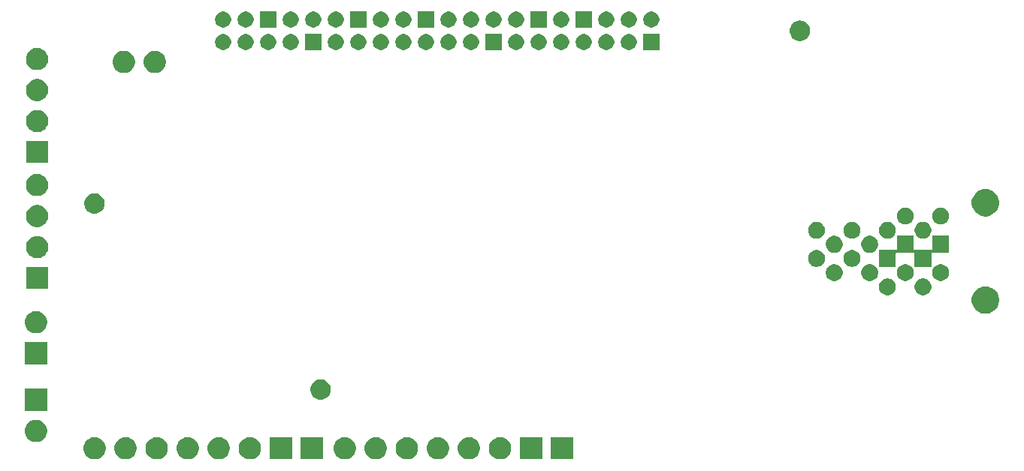
<source format=gbr>
G04 #@! TF.GenerationSoftware,KiCad,Pcbnew,(5.1.5-0-10_14)*
G04 #@! TF.CreationDate,2020-02-28T16:00:44-08:00*
G04 #@! TF.ProjectId,MotorDriverBoard_v2,4d6f746f-7244-4726-9976-6572426f6172,rev?*
G04 #@! TF.SameCoordinates,Original*
G04 #@! TF.FileFunction,Soldermask,Bot*
G04 #@! TF.FilePolarity,Negative*
%FSLAX46Y46*%
G04 Gerber Fmt 4.6, Leading zero omitted, Abs format (unit mm)*
G04 Created by KiCad (PCBNEW (5.1.5-0-10_14)) date 2020-02-28 16:00:44*
%MOMM*%
%LPD*%
G04 APERTURE LIST*
%ADD10C,0.100000*%
G04 APERTURE END LIST*
D10*
G36*
X134463000Y-80880000D02*
G01*
X131961000Y-80880000D01*
X131961000Y-78378000D01*
X134463000Y-78378000D01*
X134463000Y-80880000D01*
G37*
G36*
X130963000Y-80880000D02*
G01*
X128461000Y-80880000D01*
X128461000Y-78378000D01*
X130963000Y-78378000D01*
X130963000Y-80880000D01*
G37*
G36*
X126576903Y-78426075D02*
G01*
X126672002Y-78465466D01*
X126804571Y-78520378D01*
X127009466Y-78657285D01*
X127183715Y-78831534D01*
X127320622Y-79036429D01*
X127414925Y-79264097D01*
X127463000Y-79505787D01*
X127463000Y-79752213D01*
X127414925Y-79993903D01*
X127320622Y-80221571D01*
X127183715Y-80426466D01*
X127009466Y-80600715D01*
X126804571Y-80737622D01*
X126804570Y-80737623D01*
X126804569Y-80737623D01*
X126576903Y-80831925D01*
X126335214Y-80880000D01*
X126088786Y-80880000D01*
X125847097Y-80831925D01*
X125619431Y-80737623D01*
X125619430Y-80737623D01*
X125619429Y-80737622D01*
X125414534Y-80600715D01*
X125240285Y-80426466D01*
X125103378Y-80221571D01*
X125009075Y-79993903D01*
X124961000Y-79752213D01*
X124961000Y-79505787D01*
X125009075Y-79264097D01*
X125103378Y-79036429D01*
X125240285Y-78831534D01*
X125414534Y-78657285D01*
X125619429Y-78520378D01*
X125751999Y-78465466D01*
X125847097Y-78426075D01*
X126088786Y-78378000D01*
X126335214Y-78378000D01*
X126576903Y-78426075D01*
G37*
G36*
X123076903Y-78426075D02*
G01*
X123172002Y-78465466D01*
X123304571Y-78520378D01*
X123509466Y-78657285D01*
X123683715Y-78831534D01*
X123820622Y-79036429D01*
X123914925Y-79264097D01*
X123963000Y-79505787D01*
X123963000Y-79752213D01*
X123914925Y-79993903D01*
X123820622Y-80221571D01*
X123683715Y-80426466D01*
X123509466Y-80600715D01*
X123304571Y-80737622D01*
X123304570Y-80737623D01*
X123304569Y-80737623D01*
X123076903Y-80831925D01*
X122835214Y-80880000D01*
X122588786Y-80880000D01*
X122347097Y-80831925D01*
X122119431Y-80737623D01*
X122119430Y-80737623D01*
X122119429Y-80737622D01*
X121914534Y-80600715D01*
X121740285Y-80426466D01*
X121603378Y-80221571D01*
X121509075Y-79993903D01*
X121461000Y-79752213D01*
X121461000Y-79505787D01*
X121509075Y-79264097D01*
X121603378Y-79036429D01*
X121740285Y-78831534D01*
X121914534Y-78657285D01*
X122119429Y-78520378D01*
X122251999Y-78465466D01*
X122347097Y-78426075D01*
X122588786Y-78378000D01*
X122835214Y-78378000D01*
X123076903Y-78426075D01*
G37*
G36*
X119576903Y-78426075D02*
G01*
X119672002Y-78465466D01*
X119804571Y-78520378D01*
X120009466Y-78657285D01*
X120183715Y-78831534D01*
X120320622Y-79036429D01*
X120414925Y-79264097D01*
X120463000Y-79505787D01*
X120463000Y-79752213D01*
X120414925Y-79993903D01*
X120320622Y-80221571D01*
X120183715Y-80426466D01*
X120009466Y-80600715D01*
X119804571Y-80737622D01*
X119804570Y-80737623D01*
X119804569Y-80737623D01*
X119576903Y-80831925D01*
X119335214Y-80880000D01*
X119088786Y-80880000D01*
X118847097Y-80831925D01*
X118619431Y-80737623D01*
X118619430Y-80737623D01*
X118619429Y-80737622D01*
X118414534Y-80600715D01*
X118240285Y-80426466D01*
X118103378Y-80221571D01*
X118009075Y-79993903D01*
X117961000Y-79752213D01*
X117961000Y-79505787D01*
X118009075Y-79264097D01*
X118103378Y-79036429D01*
X118240285Y-78831534D01*
X118414534Y-78657285D01*
X118619429Y-78520378D01*
X118751999Y-78465466D01*
X118847097Y-78426075D01*
X119088786Y-78378000D01*
X119335214Y-78378000D01*
X119576903Y-78426075D01*
G37*
G36*
X116076903Y-78426075D02*
G01*
X116172002Y-78465466D01*
X116304571Y-78520378D01*
X116509466Y-78657285D01*
X116683715Y-78831534D01*
X116820622Y-79036429D01*
X116914925Y-79264097D01*
X116963000Y-79505787D01*
X116963000Y-79752213D01*
X116914925Y-79993903D01*
X116820622Y-80221571D01*
X116683715Y-80426466D01*
X116509466Y-80600715D01*
X116304571Y-80737622D01*
X116304570Y-80737623D01*
X116304569Y-80737623D01*
X116076903Y-80831925D01*
X115835214Y-80880000D01*
X115588786Y-80880000D01*
X115347097Y-80831925D01*
X115119431Y-80737623D01*
X115119430Y-80737623D01*
X115119429Y-80737622D01*
X114914534Y-80600715D01*
X114740285Y-80426466D01*
X114603378Y-80221571D01*
X114509075Y-79993903D01*
X114461000Y-79752213D01*
X114461000Y-79505787D01*
X114509075Y-79264097D01*
X114603378Y-79036429D01*
X114740285Y-78831534D01*
X114914534Y-78657285D01*
X115119429Y-78520378D01*
X115251999Y-78465466D01*
X115347097Y-78426075D01*
X115588786Y-78378000D01*
X115835214Y-78378000D01*
X116076903Y-78426075D01*
G37*
G36*
X112576903Y-78426075D02*
G01*
X112672002Y-78465466D01*
X112804571Y-78520378D01*
X113009466Y-78657285D01*
X113183715Y-78831534D01*
X113320622Y-79036429D01*
X113414925Y-79264097D01*
X113463000Y-79505787D01*
X113463000Y-79752213D01*
X113414925Y-79993903D01*
X113320622Y-80221571D01*
X113183715Y-80426466D01*
X113009466Y-80600715D01*
X112804571Y-80737622D01*
X112804570Y-80737623D01*
X112804569Y-80737623D01*
X112576903Y-80831925D01*
X112335214Y-80880000D01*
X112088786Y-80880000D01*
X111847097Y-80831925D01*
X111619431Y-80737623D01*
X111619430Y-80737623D01*
X111619429Y-80737622D01*
X111414534Y-80600715D01*
X111240285Y-80426466D01*
X111103378Y-80221571D01*
X111009075Y-79993903D01*
X110961000Y-79752213D01*
X110961000Y-79505787D01*
X111009075Y-79264097D01*
X111103378Y-79036429D01*
X111240285Y-78831534D01*
X111414534Y-78657285D01*
X111619429Y-78520378D01*
X111751999Y-78465466D01*
X111847097Y-78426075D01*
X112088786Y-78378000D01*
X112335214Y-78378000D01*
X112576903Y-78426075D01*
G37*
G36*
X109076903Y-78426075D02*
G01*
X109172002Y-78465466D01*
X109304571Y-78520378D01*
X109509466Y-78657285D01*
X109683715Y-78831534D01*
X109820622Y-79036429D01*
X109914925Y-79264097D01*
X109963000Y-79505787D01*
X109963000Y-79752213D01*
X109914925Y-79993903D01*
X109820622Y-80221571D01*
X109683715Y-80426466D01*
X109509466Y-80600715D01*
X109304571Y-80737622D01*
X109304570Y-80737623D01*
X109304569Y-80737623D01*
X109076903Y-80831925D01*
X108835214Y-80880000D01*
X108588786Y-80880000D01*
X108347097Y-80831925D01*
X108119431Y-80737623D01*
X108119430Y-80737623D01*
X108119429Y-80737622D01*
X107914534Y-80600715D01*
X107740285Y-80426466D01*
X107603378Y-80221571D01*
X107509075Y-79993903D01*
X107461000Y-79752213D01*
X107461000Y-79505787D01*
X107509075Y-79264097D01*
X107603378Y-79036429D01*
X107740285Y-78831534D01*
X107914534Y-78657285D01*
X108119429Y-78520378D01*
X108251999Y-78465466D01*
X108347097Y-78426075D01*
X108588786Y-78378000D01*
X108835214Y-78378000D01*
X109076903Y-78426075D01*
G37*
G36*
X106269000Y-80880000D02*
G01*
X103767000Y-80880000D01*
X103767000Y-78378000D01*
X106269000Y-78378000D01*
X106269000Y-80880000D01*
G37*
G36*
X102769000Y-80880000D02*
G01*
X100267000Y-80880000D01*
X100267000Y-78378000D01*
X102769000Y-78378000D01*
X102769000Y-80880000D01*
G37*
G36*
X98382903Y-78426075D02*
G01*
X98478002Y-78465466D01*
X98610571Y-78520378D01*
X98815466Y-78657285D01*
X98989715Y-78831534D01*
X99126622Y-79036429D01*
X99220925Y-79264097D01*
X99269000Y-79505787D01*
X99269000Y-79752213D01*
X99220925Y-79993903D01*
X99126622Y-80221571D01*
X98989715Y-80426466D01*
X98815466Y-80600715D01*
X98610571Y-80737622D01*
X98610570Y-80737623D01*
X98610569Y-80737623D01*
X98382903Y-80831925D01*
X98141214Y-80880000D01*
X97894786Y-80880000D01*
X97653097Y-80831925D01*
X97425431Y-80737623D01*
X97425430Y-80737623D01*
X97425429Y-80737622D01*
X97220534Y-80600715D01*
X97046285Y-80426466D01*
X96909378Y-80221571D01*
X96815075Y-79993903D01*
X96767000Y-79752213D01*
X96767000Y-79505787D01*
X96815075Y-79264097D01*
X96909378Y-79036429D01*
X97046285Y-78831534D01*
X97220534Y-78657285D01*
X97425429Y-78520378D01*
X97557999Y-78465466D01*
X97653097Y-78426075D01*
X97894786Y-78378000D01*
X98141214Y-78378000D01*
X98382903Y-78426075D01*
G37*
G36*
X94882903Y-78426075D02*
G01*
X94978002Y-78465466D01*
X95110571Y-78520378D01*
X95315466Y-78657285D01*
X95489715Y-78831534D01*
X95626622Y-79036429D01*
X95720925Y-79264097D01*
X95769000Y-79505787D01*
X95769000Y-79752213D01*
X95720925Y-79993903D01*
X95626622Y-80221571D01*
X95489715Y-80426466D01*
X95315466Y-80600715D01*
X95110571Y-80737622D01*
X95110570Y-80737623D01*
X95110569Y-80737623D01*
X94882903Y-80831925D01*
X94641214Y-80880000D01*
X94394786Y-80880000D01*
X94153097Y-80831925D01*
X93925431Y-80737623D01*
X93925430Y-80737623D01*
X93925429Y-80737622D01*
X93720534Y-80600715D01*
X93546285Y-80426466D01*
X93409378Y-80221571D01*
X93315075Y-79993903D01*
X93267000Y-79752213D01*
X93267000Y-79505787D01*
X93315075Y-79264097D01*
X93409378Y-79036429D01*
X93546285Y-78831534D01*
X93720534Y-78657285D01*
X93925429Y-78520378D01*
X94057999Y-78465466D01*
X94153097Y-78426075D01*
X94394786Y-78378000D01*
X94641214Y-78378000D01*
X94882903Y-78426075D01*
G37*
G36*
X91382903Y-78426075D02*
G01*
X91478002Y-78465466D01*
X91610571Y-78520378D01*
X91815466Y-78657285D01*
X91989715Y-78831534D01*
X92126622Y-79036429D01*
X92220925Y-79264097D01*
X92269000Y-79505787D01*
X92269000Y-79752213D01*
X92220925Y-79993903D01*
X92126622Y-80221571D01*
X91989715Y-80426466D01*
X91815466Y-80600715D01*
X91610571Y-80737622D01*
X91610570Y-80737623D01*
X91610569Y-80737623D01*
X91382903Y-80831925D01*
X91141214Y-80880000D01*
X90894786Y-80880000D01*
X90653097Y-80831925D01*
X90425431Y-80737623D01*
X90425430Y-80737623D01*
X90425429Y-80737622D01*
X90220534Y-80600715D01*
X90046285Y-80426466D01*
X89909378Y-80221571D01*
X89815075Y-79993903D01*
X89767000Y-79752213D01*
X89767000Y-79505787D01*
X89815075Y-79264097D01*
X89909378Y-79036429D01*
X90046285Y-78831534D01*
X90220534Y-78657285D01*
X90425429Y-78520378D01*
X90557999Y-78465466D01*
X90653097Y-78426075D01*
X90894786Y-78378000D01*
X91141214Y-78378000D01*
X91382903Y-78426075D01*
G37*
G36*
X87882903Y-78426075D02*
G01*
X87978002Y-78465466D01*
X88110571Y-78520378D01*
X88315466Y-78657285D01*
X88489715Y-78831534D01*
X88626622Y-79036429D01*
X88720925Y-79264097D01*
X88769000Y-79505787D01*
X88769000Y-79752213D01*
X88720925Y-79993903D01*
X88626622Y-80221571D01*
X88489715Y-80426466D01*
X88315466Y-80600715D01*
X88110571Y-80737622D01*
X88110570Y-80737623D01*
X88110569Y-80737623D01*
X87882903Y-80831925D01*
X87641214Y-80880000D01*
X87394786Y-80880000D01*
X87153097Y-80831925D01*
X86925431Y-80737623D01*
X86925430Y-80737623D01*
X86925429Y-80737622D01*
X86720534Y-80600715D01*
X86546285Y-80426466D01*
X86409378Y-80221571D01*
X86315075Y-79993903D01*
X86267000Y-79752213D01*
X86267000Y-79505787D01*
X86315075Y-79264097D01*
X86409378Y-79036429D01*
X86546285Y-78831534D01*
X86720534Y-78657285D01*
X86925429Y-78520378D01*
X87057999Y-78465466D01*
X87153097Y-78426075D01*
X87394786Y-78378000D01*
X87641214Y-78378000D01*
X87882903Y-78426075D01*
G37*
G36*
X84382903Y-78426075D02*
G01*
X84478002Y-78465466D01*
X84610571Y-78520378D01*
X84815466Y-78657285D01*
X84989715Y-78831534D01*
X85126622Y-79036429D01*
X85220925Y-79264097D01*
X85269000Y-79505787D01*
X85269000Y-79752213D01*
X85220925Y-79993903D01*
X85126622Y-80221571D01*
X84989715Y-80426466D01*
X84815466Y-80600715D01*
X84610571Y-80737622D01*
X84610570Y-80737623D01*
X84610569Y-80737623D01*
X84382903Y-80831925D01*
X84141214Y-80880000D01*
X83894786Y-80880000D01*
X83653097Y-80831925D01*
X83425431Y-80737623D01*
X83425430Y-80737623D01*
X83425429Y-80737622D01*
X83220534Y-80600715D01*
X83046285Y-80426466D01*
X82909378Y-80221571D01*
X82815075Y-79993903D01*
X82767000Y-79752213D01*
X82767000Y-79505787D01*
X82815075Y-79264097D01*
X82909378Y-79036429D01*
X83046285Y-78831534D01*
X83220534Y-78657285D01*
X83425429Y-78520378D01*
X83557999Y-78465466D01*
X83653097Y-78426075D01*
X83894786Y-78378000D01*
X84141214Y-78378000D01*
X84382903Y-78426075D01*
G37*
G36*
X80882903Y-78426075D02*
G01*
X80978002Y-78465466D01*
X81110571Y-78520378D01*
X81315466Y-78657285D01*
X81489715Y-78831534D01*
X81626622Y-79036429D01*
X81720925Y-79264097D01*
X81769000Y-79505787D01*
X81769000Y-79752213D01*
X81720925Y-79993903D01*
X81626622Y-80221571D01*
X81489715Y-80426466D01*
X81315466Y-80600715D01*
X81110571Y-80737622D01*
X81110570Y-80737623D01*
X81110569Y-80737623D01*
X80882903Y-80831925D01*
X80641214Y-80880000D01*
X80394786Y-80880000D01*
X80153097Y-80831925D01*
X79925431Y-80737623D01*
X79925430Y-80737623D01*
X79925429Y-80737622D01*
X79720534Y-80600715D01*
X79546285Y-80426466D01*
X79409378Y-80221571D01*
X79315075Y-79993903D01*
X79267000Y-79752213D01*
X79267000Y-79505787D01*
X79315075Y-79264097D01*
X79409378Y-79036429D01*
X79546285Y-78831534D01*
X79720534Y-78657285D01*
X79925429Y-78520378D01*
X80057999Y-78465466D01*
X80153097Y-78426075D01*
X80394786Y-78378000D01*
X80641214Y-78378000D01*
X80882903Y-78426075D01*
G37*
G36*
X74278903Y-76465075D02*
G01*
X74506571Y-76559378D01*
X74711466Y-76696285D01*
X74885715Y-76870534D01*
X75022622Y-77075429D01*
X75116925Y-77303097D01*
X75165000Y-77544787D01*
X75165000Y-77791213D01*
X75116925Y-78032903D01*
X75022622Y-78260571D01*
X74885715Y-78465466D01*
X74711466Y-78639715D01*
X74506571Y-78776622D01*
X74506570Y-78776623D01*
X74506569Y-78776623D01*
X74278903Y-78870925D01*
X74037214Y-78919000D01*
X73790786Y-78919000D01*
X73549097Y-78870925D01*
X73321431Y-78776623D01*
X73321430Y-78776623D01*
X73321429Y-78776622D01*
X73116534Y-78639715D01*
X72942285Y-78465466D01*
X72805378Y-78260571D01*
X72711075Y-78032903D01*
X72663000Y-77791213D01*
X72663000Y-77544787D01*
X72711075Y-77303097D01*
X72805378Y-77075429D01*
X72942285Y-76870534D01*
X73116534Y-76696285D01*
X73321429Y-76559378D01*
X73549097Y-76465075D01*
X73790786Y-76417000D01*
X74037214Y-76417000D01*
X74278903Y-76465075D01*
G37*
G36*
X75165000Y-75419000D02*
G01*
X72663000Y-75419000D01*
X72663000Y-72917000D01*
X75165000Y-72917000D01*
X75165000Y-75419000D01*
G37*
G36*
X106224549Y-71871116D02*
G01*
X106335734Y-71893232D01*
X106545203Y-71979997D01*
X106733720Y-72105960D01*
X106894040Y-72266280D01*
X107020003Y-72454797D01*
X107106768Y-72664266D01*
X107151000Y-72886636D01*
X107151000Y-73113364D01*
X107106768Y-73335734D01*
X107020003Y-73545203D01*
X106894040Y-73733720D01*
X106733720Y-73894040D01*
X106545203Y-74020003D01*
X106335734Y-74106768D01*
X106224549Y-74128884D01*
X106113365Y-74151000D01*
X105886635Y-74151000D01*
X105775451Y-74128884D01*
X105664266Y-74106768D01*
X105454797Y-74020003D01*
X105266280Y-73894040D01*
X105105960Y-73733720D01*
X104979997Y-73545203D01*
X104893232Y-73335734D01*
X104849000Y-73113364D01*
X104849000Y-72886636D01*
X104893232Y-72664266D01*
X104979997Y-72454797D01*
X105105960Y-72266280D01*
X105266280Y-72105960D01*
X105454797Y-71979997D01*
X105664266Y-71893232D01*
X105775451Y-71871116D01*
X105886635Y-71849000D01*
X106113365Y-71849000D01*
X106224549Y-71871116D01*
G37*
G36*
X75165000Y-70156000D02*
G01*
X72663000Y-70156000D01*
X72663000Y-67654000D01*
X75165000Y-67654000D01*
X75165000Y-70156000D01*
G37*
G36*
X74278903Y-64202075D02*
G01*
X74506571Y-64296378D01*
X74711466Y-64433285D01*
X74885715Y-64607534D01*
X75022622Y-64812429D01*
X75116925Y-65040097D01*
X75165000Y-65281787D01*
X75165000Y-65528213D01*
X75116925Y-65769903D01*
X75022622Y-65997571D01*
X74885715Y-66202466D01*
X74711466Y-66376715D01*
X74506571Y-66513622D01*
X74506570Y-66513623D01*
X74506569Y-66513623D01*
X74278903Y-66607925D01*
X74037214Y-66656000D01*
X73790786Y-66656000D01*
X73549097Y-66607925D01*
X73321431Y-66513623D01*
X73321430Y-66513623D01*
X73321429Y-66513622D01*
X73116534Y-66376715D01*
X72942285Y-66202466D01*
X72805378Y-65997571D01*
X72711075Y-65769903D01*
X72663000Y-65528213D01*
X72663000Y-65281787D01*
X72711075Y-65040097D01*
X72805378Y-64812429D01*
X72942285Y-64607534D01*
X73116534Y-64433285D01*
X73321429Y-64296378D01*
X73549097Y-64202075D01*
X73790786Y-64154000D01*
X74037214Y-64154000D01*
X74278903Y-64202075D01*
G37*
G36*
X181227585Y-61382802D02*
G01*
X181377410Y-61412604D01*
X181659674Y-61529521D01*
X181913705Y-61699259D01*
X182129741Y-61915295D01*
X182299479Y-62169326D01*
X182416396Y-62451590D01*
X182476000Y-62751240D01*
X182476000Y-63056760D01*
X182416396Y-63356410D01*
X182299479Y-63638674D01*
X182129741Y-63892705D01*
X181913705Y-64108741D01*
X181659674Y-64278479D01*
X181377410Y-64395396D01*
X181227585Y-64425198D01*
X181077761Y-64455000D01*
X180772239Y-64455000D01*
X180622415Y-64425198D01*
X180472590Y-64395396D01*
X180190326Y-64278479D01*
X179936295Y-64108741D01*
X179720259Y-63892705D01*
X179550521Y-63638674D01*
X179433604Y-63356410D01*
X179374000Y-63056760D01*
X179374000Y-62751240D01*
X179433604Y-62451590D01*
X179550521Y-62169326D01*
X179720259Y-61915295D01*
X179936295Y-61699259D01*
X180190326Y-61529521D01*
X180472590Y-61412604D01*
X180622415Y-61382802D01*
X180772239Y-61353000D01*
X181077761Y-61353000D01*
X181227585Y-61382802D01*
G37*
G36*
X174152395Y-60489546D02*
G01*
X174325466Y-60561234D01*
X174325467Y-60561235D01*
X174481227Y-60665310D01*
X174613690Y-60797773D01*
X174613691Y-60797775D01*
X174717766Y-60953534D01*
X174789454Y-61126605D01*
X174826000Y-61310333D01*
X174826000Y-61497667D01*
X174789454Y-61681395D01*
X174717766Y-61854466D01*
X174717765Y-61854467D01*
X174613690Y-62010227D01*
X174481227Y-62142690D01*
X174441363Y-62169326D01*
X174325466Y-62246766D01*
X174152395Y-62318454D01*
X173968667Y-62355000D01*
X173781333Y-62355000D01*
X173597605Y-62318454D01*
X173424534Y-62246766D01*
X173308637Y-62169326D01*
X173268773Y-62142690D01*
X173136310Y-62010227D01*
X173032235Y-61854467D01*
X173032234Y-61854466D01*
X172960546Y-61681395D01*
X172924000Y-61497667D01*
X172924000Y-61310333D01*
X172960546Y-61126605D01*
X173032234Y-60953534D01*
X173136309Y-60797775D01*
X173136310Y-60797773D01*
X173268773Y-60665310D01*
X173424533Y-60561235D01*
X173424534Y-60561234D01*
X173597605Y-60489546D01*
X173781333Y-60453000D01*
X173968667Y-60453000D01*
X174152395Y-60489546D01*
G37*
G36*
X170152395Y-60489546D02*
G01*
X170325466Y-60561234D01*
X170325467Y-60561235D01*
X170481227Y-60665310D01*
X170613690Y-60797773D01*
X170613691Y-60797775D01*
X170717766Y-60953534D01*
X170789454Y-61126605D01*
X170826000Y-61310333D01*
X170826000Y-61497667D01*
X170789454Y-61681395D01*
X170717766Y-61854466D01*
X170717765Y-61854467D01*
X170613690Y-62010227D01*
X170481227Y-62142690D01*
X170441363Y-62169326D01*
X170325466Y-62246766D01*
X170152395Y-62318454D01*
X169968667Y-62355000D01*
X169781333Y-62355000D01*
X169597605Y-62318454D01*
X169424534Y-62246766D01*
X169308637Y-62169326D01*
X169268773Y-62142690D01*
X169136310Y-62010227D01*
X169032235Y-61854467D01*
X169032234Y-61854466D01*
X168960546Y-61681395D01*
X168924000Y-61497667D01*
X168924000Y-61310333D01*
X168960546Y-61126605D01*
X169032234Y-60953534D01*
X169136309Y-60797775D01*
X169136310Y-60797773D01*
X169268773Y-60665310D01*
X169424533Y-60561235D01*
X169424534Y-60561234D01*
X169597605Y-60489546D01*
X169781333Y-60453000D01*
X169968667Y-60453000D01*
X170152395Y-60489546D01*
G37*
G36*
X75292000Y-61662000D02*
G01*
X72790000Y-61662000D01*
X72790000Y-59160000D01*
X75292000Y-59160000D01*
X75292000Y-61662000D01*
G37*
G36*
X176152395Y-58889546D02*
G01*
X176325466Y-58961234D01*
X176325467Y-58961235D01*
X176481227Y-59065310D01*
X176613690Y-59197773D01*
X176613691Y-59197775D01*
X176717766Y-59353534D01*
X176789454Y-59526605D01*
X176826000Y-59710333D01*
X176826000Y-59897667D01*
X176789454Y-60081395D01*
X176717766Y-60254466D01*
X176717765Y-60254467D01*
X176613690Y-60410227D01*
X176481227Y-60542690D01*
X176453472Y-60561235D01*
X176325466Y-60646766D01*
X176152395Y-60718454D01*
X175968667Y-60755000D01*
X175781333Y-60755000D01*
X175597605Y-60718454D01*
X175424534Y-60646766D01*
X175296528Y-60561235D01*
X175268773Y-60542690D01*
X175136310Y-60410227D01*
X175032235Y-60254467D01*
X175032234Y-60254466D01*
X174960546Y-60081395D01*
X174924000Y-59897667D01*
X174924000Y-59710333D01*
X174960546Y-59526605D01*
X175032234Y-59353534D01*
X175034966Y-59349445D01*
X175043476Y-59333523D01*
X175054932Y-59319564D01*
X175136309Y-59197775D01*
X175136310Y-59197773D01*
X175268773Y-59065310D01*
X175424533Y-58961235D01*
X175424534Y-58961234D01*
X175597605Y-58889546D01*
X175781333Y-58853000D01*
X175968667Y-58853000D01*
X176152395Y-58889546D01*
G37*
G36*
X172152395Y-58889546D02*
G01*
X172325466Y-58961234D01*
X172325467Y-58961235D01*
X172481227Y-59065310D01*
X172613690Y-59197773D01*
X172613691Y-59197775D01*
X172695068Y-59319564D01*
X172706523Y-59333521D01*
X172715034Y-59349445D01*
X172717766Y-59353534D01*
X172789454Y-59526605D01*
X172826000Y-59710333D01*
X172826000Y-59897667D01*
X172789454Y-60081395D01*
X172717766Y-60254466D01*
X172717765Y-60254467D01*
X172613690Y-60410227D01*
X172481227Y-60542690D01*
X172453472Y-60561235D01*
X172325466Y-60646766D01*
X172152395Y-60718454D01*
X171968667Y-60755000D01*
X171781333Y-60755000D01*
X171597605Y-60718454D01*
X171424534Y-60646766D01*
X171296528Y-60561235D01*
X171268773Y-60542690D01*
X171136310Y-60410227D01*
X171032235Y-60254467D01*
X171032234Y-60254466D01*
X170960546Y-60081395D01*
X170924000Y-59897667D01*
X170924000Y-59710333D01*
X170960546Y-59526605D01*
X171032234Y-59353534D01*
X171034966Y-59349445D01*
X171043476Y-59333523D01*
X171054932Y-59319564D01*
X171136309Y-59197775D01*
X171136310Y-59197773D01*
X171268773Y-59065310D01*
X171424533Y-58961235D01*
X171424534Y-58961234D01*
X171597605Y-58889546D01*
X171781333Y-58853000D01*
X171968667Y-58853000D01*
X172152395Y-58889546D01*
G37*
G36*
X168152395Y-58889546D02*
G01*
X168325466Y-58961234D01*
X168325467Y-58961235D01*
X168481227Y-59065310D01*
X168613690Y-59197773D01*
X168613691Y-59197775D01*
X168695068Y-59319564D01*
X168706523Y-59333521D01*
X168715034Y-59349445D01*
X168717766Y-59353534D01*
X168789454Y-59526605D01*
X168826000Y-59710333D01*
X168826000Y-59897667D01*
X168789454Y-60081395D01*
X168717766Y-60254466D01*
X168717765Y-60254467D01*
X168613690Y-60410227D01*
X168481227Y-60542690D01*
X168453472Y-60561235D01*
X168325466Y-60646766D01*
X168152395Y-60718454D01*
X167968667Y-60755000D01*
X167781333Y-60755000D01*
X167597605Y-60718454D01*
X167424534Y-60646766D01*
X167296528Y-60561235D01*
X167268773Y-60542690D01*
X167136310Y-60410227D01*
X167032235Y-60254467D01*
X167032234Y-60254466D01*
X166960546Y-60081395D01*
X166924000Y-59897667D01*
X166924000Y-59710333D01*
X166960546Y-59526605D01*
X167032234Y-59353534D01*
X167136309Y-59197775D01*
X167136310Y-59197773D01*
X167268773Y-59065310D01*
X167424533Y-58961235D01*
X167424534Y-58961234D01*
X167597605Y-58889546D01*
X167781333Y-58853000D01*
X167968667Y-58853000D01*
X168152395Y-58889546D01*
G37*
G36*
X164152395Y-58889546D02*
G01*
X164325466Y-58961234D01*
X164325467Y-58961235D01*
X164481227Y-59065310D01*
X164613690Y-59197773D01*
X164613691Y-59197775D01*
X164717766Y-59353534D01*
X164789454Y-59526605D01*
X164826000Y-59710333D01*
X164826000Y-59897667D01*
X164789454Y-60081395D01*
X164717766Y-60254466D01*
X164717765Y-60254467D01*
X164613690Y-60410227D01*
X164481227Y-60542690D01*
X164453472Y-60561235D01*
X164325466Y-60646766D01*
X164152395Y-60718454D01*
X163968667Y-60755000D01*
X163781333Y-60755000D01*
X163597605Y-60718454D01*
X163424534Y-60646766D01*
X163296528Y-60561235D01*
X163268773Y-60542690D01*
X163136310Y-60410227D01*
X163032235Y-60254467D01*
X163032234Y-60254466D01*
X162960546Y-60081395D01*
X162924000Y-59897667D01*
X162924000Y-59710333D01*
X162960546Y-59526605D01*
X163032234Y-59353534D01*
X163136309Y-59197775D01*
X163136310Y-59197773D01*
X163268773Y-59065310D01*
X163424533Y-58961235D01*
X163424534Y-58961234D01*
X163597605Y-58889546D01*
X163781333Y-58853000D01*
X163968667Y-58853000D01*
X164152395Y-58889546D01*
G37*
G36*
X172826000Y-57128001D02*
G01*
X172828402Y-57152387D01*
X172835515Y-57175836D01*
X172847066Y-57197447D01*
X172862611Y-57216389D01*
X172881553Y-57231934D01*
X172903164Y-57243485D01*
X172926613Y-57250598D01*
X172950999Y-57253000D01*
X174799001Y-57253000D01*
X174823387Y-57250598D01*
X174846836Y-57243485D01*
X174868447Y-57231934D01*
X174887389Y-57216389D01*
X174902934Y-57197447D01*
X174914485Y-57175836D01*
X174921598Y-57152387D01*
X174924000Y-57128001D01*
X174924000Y-55653000D01*
X176826000Y-55653000D01*
X176826000Y-57555000D01*
X174950999Y-57555000D01*
X174926613Y-57557402D01*
X174903164Y-57564515D01*
X174881553Y-57576066D01*
X174862611Y-57591611D01*
X174847066Y-57610553D01*
X174835515Y-57632164D01*
X174828402Y-57655613D01*
X174826000Y-57679999D01*
X174826000Y-59155000D01*
X172924000Y-59155000D01*
X172924000Y-57679999D01*
X172921598Y-57655613D01*
X172914485Y-57632164D01*
X172902934Y-57610553D01*
X172887389Y-57591611D01*
X172868447Y-57576066D01*
X172846836Y-57564515D01*
X172823387Y-57557402D01*
X172799001Y-57555000D01*
X170950999Y-57555000D01*
X170926613Y-57557402D01*
X170903164Y-57564515D01*
X170881553Y-57576066D01*
X170862611Y-57591611D01*
X170847066Y-57610553D01*
X170835515Y-57632164D01*
X170828402Y-57655613D01*
X170826000Y-57679999D01*
X170826000Y-59155000D01*
X168924000Y-59155000D01*
X168924000Y-57253000D01*
X170799001Y-57253000D01*
X170823387Y-57250598D01*
X170846836Y-57243485D01*
X170868447Y-57231934D01*
X170887389Y-57216389D01*
X170902934Y-57197447D01*
X170914485Y-57175836D01*
X170921598Y-57152387D01*
X170924000Y-57128001D01*
X170924000Y-55653000D01*
X172826000Y-55653000D01*
X172826000Y-57128001D01*
G37*
G36*
X162152395Y-57289546D02*
G01*
X162325466Y-57361234D01*
X162325467Y-57361235D01*
X162481227Y-57465310D01*
X162613690Y-57597773D01*
X162613691Y-57597775D01*
X162717766Y-57753534D01*
X162789454Y-57926605D01*
X162826000Y-58110333D01*
X162826000Y-58297667D01*
X162789454Y-58481395D01*
X162717766Y-58654466D01*
X162717765Y-58654467D01*
X162613690Y-58810227D01*
X162481227Y-58942690D01*
X162453472Y-58961235D01*
X162325466Y-59046766D01*
X162152395Y-59118454D01*
X161968667Y-59155000D01*
X161781333Y-59155000D01*
X161597605Y-59118454D01*
X161424534Y-59046766D01*
X161296528Y-58961235D01*
X161268773Y-58942690D01*
X161136310Y-58810227D01*
X161032235Y-58654467D01*
X161032234Y-58654466D01*
X160960546Y-58481395D01*
X160924000Y-58297667D01*
X160924000Y-58110333D01*
X160960546Y-57926605D01*
X161032234Y-57753534D01*
X161136309Y-57597775D01*
X161136310Y-57597773D01*
X161268773Y-57465310D01*
X161424533Y-57361235D01*
X161424534Y-57361234D01*
X161597605Y-57289546D01*
X161781333Y-57253000D01*
X161968667Y-57253000D01*
X162152395Y-57289546D01*
G37*
G36*
X166152395Y-57289546D02*
G01*
X166325466Y-57361234D01*
X166325467Y-57361235D01*
X166481227Y-57465310D01*
X166613690Y-57597773D01*
X166613691Y-57597775D01*
X166717766Y-57753534D01*
X166789454Y-57926605D01*
X166826000Y-58110333D01*
X166826000Y-58297667D01*
X166789454Y-58481395D01*
X166717766Y-58654466D01*
X166717765Y-58654467D01*
X166613690Y-58810227D01*
X166481227Y-58942690D01*
X166453472Y-58961235D01*
X166325466Y-59046766D01*
X166152395Y-59118454D01*
X165968667Y-59155000D01*
X165781333Y-59155000D01*
X165597605Y-59118454D01*
X165424534Y-59046766D01*
X165296528Y-58961235D01*
X165268773Y-58942690D01*
X165136310Y-58810227D01*
X165032235Y-58654467D01*
X165032234Y-58654466D01*
X164960546Y-58481395D01*
X164924000Y-58297667D01*
X164924000Y-58110333D01*
X164960546Y-57926605D01*
X165032234Y-57753534D01*
X165136309Y-57597775D01*
X165136310Y-57597773D01*
X165268773Y-57465310D01*
X165424533Y-57361235D01*
X165424534Y-57361234D01*
X165597605Y-57289546D01*
X165781333Y-57253000D01*
X165968667Y-57253000D01*
X166152395Y-57289546D01*
G37*
G36*
X74405903Y-55708075D02*
G01*
X74534241Y-55761234D01*
X74633571Y-55802378D01*
X74838466Y-55939285D01*
X75012715Y-56113534D01*
X75039442Y-56153534D01*
X75149623Y-56318431D01*
X75243925Y-56546097D01*
X75292000Y-56787786D01*
X75292000Y-57034214D01*
X75268494Y-57152387D01*
X75243925Y-57275903D01*
X75149622Y-57503571D01*
X75012715Y-57708466D01*
X74838466Y-57882715D01*
X74633571Y-58019622D01*
X74633570Y-58019623D01*
X74633569Y-58019623D01*
X74405903Y-58113925D01*
X74164214Y-58162000D01*
X73917786Y-58162000D01*
X73676097Y-58113925D01*
X73448431Y-58019623D01*
X73448430Y-58019623D01*
X73448429Y-58019622D01*
X73243534Y-57882715D01*
X73069285Y-57708466D01*
X72932378Y-57503571D01*
X72838075Y-57275903D01*
X72813506Y-57152387D01*
X72790000Y-57034214D01*
X72790000Y-56787786D01*
X72838075Y-56546097D01*
X72932377Y-56318431D01*
X73042558Y-56153534D01*
X73069285Y-56113534D01*
X73243534Y-55939285D01*
X73448429Y-55802378D01*
X73547760Y-55761234D01*
X73676097Y-55708075D01*
X73917786Y-55660000D01*
X74164214Y-55660000D01*
X74405903Y-55708075D01*
G37*
G36*
X168152395Y-55689546D02*
G01*
X168325466Y-55761234D01*
X168325467Y-55761235D01*
X168481227Y-55865310D01*
X168613690Y-55997773D01*
X168613691Y-55997775D01*
X168717766Y-56153534D01*
X168789454Y-56326605D01*
X168826000Y-56510333D01*
X168826000Y-56697667D01*
X168789454Y-56881395D01*
X168717766Y-57054466D01*
X168715034Y-57058555D01*
X168706524Y-57074477D01*
X168695068Y-57088436D01*
X168613690Y-57210227D01*
X168481227Y-57342690D01*
X168453472Y-57361235D01*
X168325466Y-57446766D01*
X168152395Y-57518454D01*
X167968667Y-57555000D01*
X167781333Y-57555000D01*
X167597605Y-57518454D01*
X167424534Y-57446766D01*
X167296528Y-57361235D01*
X167268773Y-57342690D01*
X167136310Y-57210227D01*
X167045605Y-57074477D01*
X167032234Y-57054466D01*
X166960546Y-56881395D01*
X166924000Y-56697667D01*
X166924000Y-56510333D01*
X166960546Y-56326605D01*
X167032234Y-56153534D01*
X167136309Y-55997775D01*
X167136310Y-55997773D01*
X167268773Y-55865310D01*
X167424533Y-55761235D01*
X167424534Y-55761234D01*
X167597605Y-55689546D01*
X167781333Y-55653000D01*
X167968667Y-55653000D01*
X168152395Y-55689546D01*
G37*
G36*
X164152395Y-55689546D02*
G01*
X164325466Y-55761234D01*
X164325467Y-55761235D01*
X164481227Y-55865310D01*
X164613690Y-55997773D01*
X164613691Y-55997775D01*
X164717766Y-56153534D01*
X164789454Y-56326605D01*
X164826000Y-56510333D01*
X164826000Y-56697667D01*
X164789454Y-56881395D01*
X164717766Y-57054466D01*
X164704395Y-57074477D01*
X164613690Y-57210227D01*
X164481227Y-57342690D01*
X164453472Y-57361235D01*
X164325466Y-57446766D01*
X164152395Y-57518454D01*
X163968667Y-57555000D01*
X163781333Y-57555000D01*
X163597605Y-57518454D01*
X163424534Y-57446766D01*
X163296528Y-57361235D01*
X163268773Y-57342690D01*
X163136310Y-57210227D01*
X163045605Y-57074477D01*
X163032234Y-57054466D01*
X162960546Y-56881395D01*
X162924000Y-56697667D01*
X162924000Y-56510333D01*
X162960546Y-56326605D01*
X163032234Y-56153534D01*
X163136309Y-55997775D01*
X163136310Y-55997773D01*
X163268773Y-55865310D01*
X163424533Y-55761235D01*
X163424534Y-55761234D01*
X163597605Y-55689546D01*
X163781333Y-55653000D01*
X163968667Y-55653000D01*
X164152395Y-55689546D01*
G37*
G36*
X174152395Y-54089546D02*
G01*
X174325466Y-54161234D01*
X174325467Y-54161235D01*
X174481227Y-54265310D01*
X174613690Y-54397773D01*
X174613691Y-54397775D01*
X174717766Y-54553534D01*
X174789454Y-54726605D01*
X174826000Y-54910333D01*
X174826000Y-55097667D01*
X174789454Y-55281395D01*
X174717766Y-55454466D01*
X174715034Y-55458555D01*
X174706524Y-55474477D01*
X174695068Y-55488436D01*
X174613690Y-55610227D01*
X174481227Y-55742690D01*
X174453472Y-55761235D01*
X174325466Y-55846766D01*
X174152395Y-55918454D01*
X173968667Y-55955000D01*
X173781333Y-55955000D01*
X173597605Y-55918454D01*
X173424534Y-55846766D01*
X173296528Y-55761235D01*
X173268773Y-55742690D01*
X173136310Y-55610227D01*
X173054932Y-55488436D01*
X173043477Y-55474479D01*
X173034966Y-55458555D01*
X173032234Y-55454466D01*
X172960546Y-55281395D01*
X172924000Y-55097667D01*
X172924000Y-54910333D01*
X172960546Y-54726605D01*
X173032234Y-54553534D01*
X173136309Y-54397775D01*
X173136310Y-54397773D01*
X173268773Y-54265310D01*
X173424533Y-54161235D01*
X173424534Y-54161234D01*
X173597605Y-54089546D01*
X173781333Y-54053000D01*
X173968667Y-54053000D01*
X174152395Y-54089546D01*
G37*
G36*
X162152395Y-54089546D02*
G01*
X162325466Y-54161234D01*
X162325467Y-54161235D01*
X162481227Y-54265310D01*
X162613690Y-54397773D01*
X162613691Y-54397775D01*
X162717766Y-54553534D01*
X162789454Y-54726605D01*
X162826000Y-54910333D01*
X162826000Y-55097667D01*
X162789454Y-55281395D01*
X162717766Y-55454466D01*
X162695068Y-55488436D01*
X162613690Y-55610227D01*
X162481227Y-55742690D01*
X162453472Y-55761235D01*
X162325466Y-55846766D01*
X162152395Y-55918454D01*
X161968667Y-55955000D01*
X161781333Y-55955000D01*
X161597605Y-55918454D01*
X161424534Y-55846766D01*
X161296528Y-55761235D01*
X161268773Y-55742690D01*
X161136310Y-55610227D01*
X161054932Y-55488436D01*
X161032234Y-55454466D01*
X160960546Y-55281395D01*
X160924000Y-55097667D01*
X160924000Y-54910333D01*
X160960546Y-54726605D01*
X161032234Y-54553534D01*
X161136309Y-54397775D01*
X161136310Y-54397773D01*
X161268773Y-54265310D01*
X161424533Y-54161235D01*
X161424534Y-54161234D01*
X161597605Y-54089546D01*
X161781333Y-54053000D01*
X161968667Y-54053000D01*
X162152395Y-54089546D01*
G37*
G36*
X166152395Y-54089546D02*
G01*
X166325466Y-54161234D01*
X166325467Y-54161235D01*
X166481227Y-54265310D01*
X166613690Y-54397773D01*
X166613691Y-54397775D01*
X166717766Y-54553534D01*
X166789454Y-54726605D01*
X166826000Y-54910333D01*
X166826000Y-55097667D01*
X166789454Y-55281395D01*
X166717766Y-55454466D01*
X166695068Y-55488436D01*
X166613690Y-55610227D01*
X166481227Y-55742690D01*
X166453472Y-55761235D01*
X166325466Y-55846766D01*
X166152395Y-55918454D01*
X165968667Y-55955000D01*
X165781333Y-55955000D01*
X165597605Y-55918454D01*
X165424534Y-55846766D01*
X165296528Y-55761235D01*
X165268773Y-55742690D01*
X165136310Y-55610227D01*
X165054932Y-55488436D01*
X165032234Y-55454466D01*
X164960546Y-55281395D01*
X164924000Y-55097667D01*
X164924000Y-54910333D01*
X164960546Y-54726605D01*
X165032234Y-54553534D01*
X165136309Y-54397775D01*
X165136310Y-54397773D01*
X165268773Y-54265310D01*
X165424533Y-54161235D01*
X165424534Y-54161234D01*
X165597605Y-54089546D01*
X165781333Y-54053000D01*
X165968667Y-54053000D01*
X166152395Y-54089546D01*
G37*
G36*
X170152395Y-54089546D02*
G01*
X170325466Y-54161234D01*
X170325467Y-54161235D01*
X170481227Y-54265310D01*
X170613690Y-54397773D01*
X170613691Y-54397775D01*
X170717766Y-54553534D01*
X170789454Y-54726605D01*
X170826000Y-54910333D01*
X170826000Y-55097667D01*
X170789454Y-55281395D01*
X170717766Y-55454466D01*
X170715034Y-55458555D01*
X170706524Y-55474477D01*
X170695068Y-55488436D01*
X170613690Y-55610227D01*
X170481227Y-55742690D01*
X170453472Y-55761235D01*
X170325466Y-55846766D01*
X170152395Y-55918454D01*
X169968667Y-55955000D01*
X169781333Y-55955000D01*
X169597605Y-55918454D01*
X169424534Y-55846766D01*
X169296528Y-55761235D01*
X169268773Y-55742690D01*
X169136310Y-55610227D01*
X169054932Y-55488436D01*
X169032234Y-55454466D01*
X168960546Y-55281395D01*
X168924000Y-55097667D01*
X168924000Y-54910333D01*
X168960546Y-54726605D01*
X169032234Y-54553534D01*
X169136309Y-54397775D01*
X169136310Y-54397773D01*
X169268773Y-54265310D01*
X169424533Y-54161235D01*
X169424534Y-54161234D01*
X169597605Y-54089546D01*
X169781333Y-54053000D01*
X169968667Y-54053000D01*
X170152395Y-54089546D01*
G37*
G36*
X74405903Y-52208075D02*
G01*
X74633571Y-52302378D01*
X74838466Y-52439285D01*
X75012715Y-52613534D01*
X75093020Y-52733719D01*
X75149623Y-52818431D01*
X75243925Y-53046097D01*
X75264792Y-53151000D01*
X75292000Y-53287787D01*
X75292000Y-53534213D01*
X75243925Y-53775903D01*
X75149622Y-54003571D01*
X75012715Y-54208466D01*
X74838466Y-54382715D01*
X74633571Y-54519622D01*
X74633570Y-54519623D01*
X74633569Y-54519623D01*
X74405903Y-54613925D01*
X74164214Y-54662000D01*
X73917786Y-54662000D01*
X73676097Y-54613925D01*
X73448431Y-54519623D01*
X73448430Y-54519623D01*
X73448429Y-54519622D01*
X73243534Y-54382715D01*
X73069285Y-54208466D01*
X72932378Y-54003571D01*
X72838075Y-53775903D01*
X72790000Y-53534213D01*
X72790000Y-53287787D01*
X72817209Y-53151000D01*
X72838075Y-53046097D01*
X72932377Y-52818431D01*
X72988980Y-52733719D01*
X73069285Y-52613534D01*
X73243534Y-52439285D01*
X73448429Y-52302378D01*
X73676097Y-52208075D01*
X73917786Y-52160000D01*
X74164214Y-52160000D01*
X74405903Y-52208075D01*
G37*
G36*
X172152395Y-52489546D02*
G01*
X172325466Y-52561234D01*
X172325467Y-52561235D01*
X172481227Y-52665310D01*
X172613690Y-52797773D01*
X172613691Y-52797775D01*
X172717766Y-52953534D01*
X172789454Y-53126605D01*
X172826000Y-53310333D01*
X172826000Y-53497667D01*
X172789454Y-53681395D01*
X172717766Y-53854466D01*
X172717765Y-53854467D01*
X172613690Y-54010227D01*
X172481227Y-54142690D01*
X172453472Y-54161235D01*
X172325466Y-54246766D01*
X172152395Y-54318454D01*
X171968667Y-54355000D01*
X171781333Y-54355000D01*
X171597605Y-54318454D01*
X171424534Y-54246766D01*
X171296528Y-54161235D01*
X171268773Y-54142690D01*
X171136310Y-54010227D01*
X171032235Y-53854467D01*
X171032234Y-53854466D01*
X170960546Y-53681395D01*
X170924000Y-53497667D01*
X170924000Y-53310333D01*
X170960546Y-53126605D01*
X171032234Y-52953534D01*
X171136309Y-52797775D01*
X171136310Y-52797773D01*
X171268773Y-52665310D01*
X171424533Y-52561235D01*
X171424534Y-52561234D01*
X171597605Y-52489546D01*
X171781333Y-52453000D01*
X171968667Y-52453000D01*
X172152395Y-52489546D01*
G37*
G36*
X176152395Y-52489546D02*
G01*
X176325466Y-52561234D01*
X176325467Y-52561235D01*
X176481227Y-52665310D01*
X176613690Y-52797773D01*
X176613691Y-52797775D01*
X176717766Y-52953534D01*
X176789454Y-53126605D01*
X176826000Y-53310333D01*
X176826000Y-53497667D01*
X176789454Y-53681395D01*
X176717766Y-53854466D01*
X176717765Y-53854467D01*
X176613690Y-54010227D01*
X176481227Y-54142690D01*
X176453472Y-54161235D01*
X176325466Y-54246766D01*
X176152395Y-54318454D01*
X175968667Y-54355000D01*
X175781333Y-54355000D01*
X175597605Y-54318454D01*
X175424534Y-54246766D01*
X175296528Y-54161235D01*
X175268773Y-54142690D01*
X175136310Y-54010227D01*
X175032235Y-53854467D01*
X175032234Y-53854466D01*
X174960546Y-53681395D01*
X174924000Y-53497667D01*
X174924000Y-53310333D01*
X174960546Y-53126605D01*
X175032234Y-52953534D01*
X175136309Y-52797775D01*
X175136310Y-52797773D01*
X175268773Y-52665310D01*
X175424533Y-52561235D01*
X175424534Y-52561234D01*
X175597605Y-52489546D01*
X175781333Y-52453000D01*
X175968667Y-52453000D01*
X176152395Y-52489546D01*
G37*
G36*
X181227585Y-50382802D02*
G01*
X181377410Y-50412604D01*
X181659674Y-50529521D01*
X181913705Y-50699259D01*
X182129741Y-50915295D01*
X182299479Y-51169326D01*
X182416396Y-51451590D01*
X182476000Y-51751240D01*
X182476000Y-52056760D01*
X182416396Y-52356410D01*
X182299479Y-52638674D01*
X182129741Y-52892705D01*
X181913705Y-53108741D01*
X181659674Y-53278479D01*
X181377410Y-53395396D01*
X181227585Y-53425198D01*
X181077761Y-53455000D01*
X180772239Y-53455000D01*
X180622415Y-53425198D01*
X180472590Y-53395396D01*
X180190326Y-53278479D01*
X179936295Y-53108741D01*
X179720259Y-52892705D01*
X179550521Y-52638674D01*
X179433604Y-52356410D01*
X179374000Y-52056760D01*
X179374000Y-51751240D01*
X179433604Y-51451590D01*
X179550521Y-51169326D01*
X179720259Y-50915295D01*
X179936295Y-50699259D01*
X180190326Y-50529521D01*
X180472590Y-50412604D01*
X180622415Y-50382802D01*
X180772239Y-50353000D01*
X181077761Y-50353000D01*
X181227585Y-50382802D01*
G37*
G36*
X80724549Y-50871116D02*
G01*
X80835734Y-50893232D01*
X81045203Y-50979997D01*
X81233720Y-51105960D01*
X81394040Y-51266280D01*
X81520003Y-51454797D01*
X81606768Y-51664266D01*
X81651000Y-51886636D01*
X81651000Y-52113364D01*
X81606768Y-52335734D01*
X81563876Y-52439284D01*
X81543057Y-52489547D01*
X81520003Y-52545203D01*
X81394040Y-52733720D01*
X81233720Y-52894040D01*
X81045203Y-53020003D01*
X80835734Y-53106768D01*
X80736011Y-53126604D01*
X80613365Y-53151000D01*
X80386635Y-53151000D01*
X80263989Y-53126604D01*
X80164266Y-53106768D01*
X79954797Y-53020003D01*
X79766280Y-52894040D01*
X79605960Y-52733720D01*
X79479997Y-52545203D01*
X79456944Y-52489547D01*
X79436124Y-52439284D01*
X79393232Y-52335734D01*
X79349000Y-52113364D01*
X79349000Y-51886636D01*
X79393232Y-51664266D01*
X79479997Y-51454797D01*
X79605960Y-51266280D01*
X79766280Y-51105960D01*
X79954797Y-50979997D01*
X80164266Y-50893232D01*
X80275451Y-50871116D01*
X80386635Y-50849000D01*
X80613365Y-50849000D01*
X80724549Y-50871116D01*
G37*
G36*
X74405903Y-48708075D02*
G01*
X74633571Y-48802378D01*
X74838466Y-48939285D01*
X75012715Y-49113534D01*
X75149622Y-49318429D01*
X75243925Y-49546097D01*
X75292000Y-49787787D01*
X75292000Y-50034213D01*
X75243925Y-50275903D01*
X75149622Y-50503571D01*
X75012715Y-50708466D01*
X74838466Y-50882715D01*
X74633571Y-51019622D01*
X74633570Y-51019623D01*
X74633569Y-51019623D01*
X74405903Y-51113925D01*
X74164214Y-51162000D01*
X73917786Y-51162000D01*
X73676097Y-51113925D01*
X73448431Y-51019623D01*
X73448430Y-51019623D01*
X73448429Y-51019622D01*
X73243534Y-50882715D01*
X73069285Y-50708466D01*
X72932378Y-50503571D01*
X72838075Y-50275903D01*
X72790000Y-50034213D01*
X72790000Y-49787787D01*
X72838075Y-49546097D01*
X72932378Y-49318429D01*
X73069285Y-49113534D01*
X73243534Y-48939285D01*
X73448429Y-48802378D01*
X73676097Y-48708075D01*
X73917786Y-48660000D01*
X74164214Y-48660000D01*
X74405903Y-48708075D01*
G37*
G36*
X75292000Y-47438000D02*
G01*
X72790000Y-47438000D01*
X72790000Y-44936000D01*
X75292000Y-44936000D01*
X75292000Y-47438000D01*
G37*
G36*
X74405903Y-41484075D02*
G01*
X74633571Y-41578378D01*
X74838466Y-41715285D01*
X75012715Y-41889534D01*
X75149622Y-42094429D01*
X75243925Y-42322097D01*
X75292000Y-42563787D01*
X75292000Y-42810213D01*
X75243925Y-43051903D01*
X75149622Y-43279571D01*
X75012715Y-43484466D01*
X74838466Y-43658715D01*
X74633571Y-43795622D01*
X74633570Y-43795623D01*
X74633569Y-43795623D01*
X74405903Y-43889925D01*
X74164214Y-43938000D01*
X73917786Y-43938000D01*
X73676097Y-43889925D01*
X73448431Y-43795623D01*
X73448430Y-43795623D01*
X73448429Y-43795622D01*
X73243534Y-43658715D01*
X73069285Y-43484466D01*
X72932378Y-43279571D01*
X72838075Y-43051903D01*
X72790000Y-42810213D01*
X72790000Y-42563787D01*
X72838075Y-42322097D01*
X72932378Y-42094429D01*
X73069285Y-41889534D01*
X73243534Y-41715285D01*
X73448429Y-41578378D01*
X73676097Y-41484075D01*
X73917786Y-41436000D01*
X74164214Y-41436000D01*
X74405903Y-41484075D01*
G37*
G36*
X74405903Y-37984075D02*
G01*
X74633571Y-38078378D01*
X74838466Y-38215285D01*
X75012715Y-38389534D01*
X75149622Y-38594429D01*
X75243925Y-38822097D01*
X75292000Y-39063787D01*
X75292000Y-39310213D01*
X75243925Y-39551903D01*
X75149622Y-39779571D01*
X75012715Y-39984466D01*
X74838466Y-40158715D01*
X74633571Y-40295622D01*
X74633570Y-40295623D01*
X74633569Y-40295623D01*
X74405903Y-40389925D01*
X74164214Y-40438000D01*
X73917786Y-40438000D01*
X73676097Y-40389925D01*
X73448431Y-40295623D01*
X73448430Y-40295623D01*
X73448429Y-40295622D01*
X73243534Y-40158715D01*
X73069285Y-39984466D01*
X72932378Y-39779571D01*
X72838075Y-39551903D01*
X72790000Y-39310213D01*
X72790000Y-39063787D01*
X72838075Y-38822097D01*
X72932378Y-38594429D01*
X73069285Y-38389534D01*
X73243534Y-38215285D01*
X73448429Y-38078378D01*
X73676097Y-37984075D01*
X73917786Y-37936000D01*
X74164214Y-37936000D01*
X74405903Y-37984075D01*
G37*
G36*
X84177403Y-34801575D02*
G01*
X84389756Y-34889534D01*
X84405071Y-34895878D01*
X84609966Y-35032785D01*
X84784215Y-35207034D01*
X84784216Y-35207036D01*
X84921123Y-35411931D01*
X85015425Y-35639597D01*
X85063500Y-35881286D01*
X85063500Y-36127714D01*
X85015425Y-36369403D01*
X84967765Y-36484466D01*
X84921122Y-36597071D01*
X84784215Y-36801966D01*
X84609966Y-36976215D01*
X84405071Y-37113122D01*
X84405070Y-37113123D01*
X84405069Y-37113123D01*
X84177403Y-37207425D01*
X83935714Y-37255500D01*
X83689286Y-37255500D01*
X83447597Y-37207425D01*
X83219931Y-37113123D01*
X83219930Y-37113123D01*
X83219929Y-37113122D01*
X83015034Y-36976215D01*
X82840785Y-36801966D01*
X82703878Y-36597071D01*
X82657236Y-36484466D01*
X82609575Y-36369403D01*
X82561500Y-36127714D01*
X82561500Y-35881286D01*
X82609575Y-35639597D01*
X82703877Y-35411931D01*
X82840784Y-35207036D01*
X82840785Y-35207034D01*
X83015034Y-35032785D01*
X83219929Y-34895878D01*
X83235245Y-34889534D01*
X83447597Y-34801575D01*
X83689286Y-34753500D01*
X83935714Y-34753500D01*
X84177403Y-34801575D01*
G37*
G36*
X87677403Y-34801575D02*
G01*
X87889756Y-34889534D01*
X87905071Y-34895878D01*
X88109966Y-35032785D01*
X88284215Y-35207034D01*
X88284216Y-35207036D01*
X88421123Y-35411931D01*
X88515425Y-35639597D01*
X88563500Y-35881286D01*
X88563500Y-36127714D01*
X88515425Y-36369403D01*
X88467765Y-36484466D01*
X88421122Y-36597071D01*
X88284215Y-36801966D01*
X88109966Y-36976215D01*
X87905071Y-37113122D01*
X87905070Y-37113123D01*
X87905069Y-37113123D01*
X87677403Y-37207425D01*
X87435714Y-37255500D01*
X87189286Y-37255500D01*
X86947597Y-37207425D01*
X86719931Y-37113123D01*
X86719930Y-37113123D01*
X86719929Y-37113122D01*
X86515034Y-36976215D01*
X86340785Y-36801966D01*
X86203878Y-36597071D01*
X86157236Y-36484466D01*
X86109575Y-36369403D01*
X86061500Y-36127714D01*
X86061500Y-35881286D01*
X86109575Y-35639597D01*
X86203877Y-35411931D01*
X86340784Y-35207036D01*
X86340785Y-35207034D01*
X86515034Y-35032785D01*
X86719929Y-34895878D01*
X86735245Y-34889534D01*
X86947597Y-34801575D01*
X87189286Y-34753500D01*
X87435714Y-34753500D01*
X87677403Y-34801575D01*
G37*
G36*
X74334399Y-34469852D02*
G01*
X74405903Y-34484075D01*
X74633571Y-34578378D01*
X74838466Y-34715285D01*
X75012715Y-34889534D01*
X75149622Y-35094429D01*
X75149623Y-35094431D01*
X75196265Y-35207036D01*
X75243925Y-35322097D01*
X75292000Y-35563787D01*
X75292000Y-35810213D01*
X75243925Y-36051903D01*
X75149622Y-36279571D01*
X75012715Y-36484466D01*
X74838466Y-36658715D01*
X74633571Y-36795622D01*
X74633570Y-36795623D01*
X74633569Y-36795623D01*
X74405903Y-36889925D01*
X74164214Y-36938000D01*
X73917786Y-36938000D01*
X73676097Y-36889925D01*
X73448431Y-36795623D01*
X73448430Y-36795623D01*
X73448429Y-36795622D01*
X73243534Y-36658715D01*
X73069285Y-36484466D01*
X72932378Y-36279571D01*
X72838075Y-36051903D01*
X72790000Y-35810213D01*
X72790000Y-35563787D01*
X72838075Y-35322097D01*
X72885735Y-35207036D01*
X72932377Y-35094431D01*
X72932378Y-35094429D01*
X73069285Y-34889534D01*
X73243534Y-34715285D01*
X73448429Y-34578378D01*
X73676097Y-34484075D01*
X73747601Y-34469852D01*
X73917786Y-34436000D01*
X74164214Y-34436000D01*
X74334399Y-34469852D01*
G37*
G36*
X128133512Y-32873927D02*
G01*
X128282812Y-32903624D01*
X128446784Y-32971544D01*
X128594354Y-33070147D01*
X128719853Y-33195646D01*
X128818456Y-33343216D01*
X128886376Y-33507188D01*
X128921000Y-33681259D01*
X128921000Y-33858741D01*
X128886376Y-34032812D01*
X128818456Y-34196784D01*
X128719853Y-34344354D01*
X128594354Y-34469853D01*
X128446784Y-34568456D01*
X128282812Y-34636376D01*
X128133512Y-34666073D01*
X128108742Y-34671000D01*
X127931258Y-34671000D01*
X127906488Y-34666073D01*
X127757188Y-34636376D01*
X127593216Y-34568456D01*
X127445646Y-34469853D01*
X127320147Y-34344354D01*
X127221544Y-34196784D01*
X127153624Y-34032812D01*
X127119000Y-33858741D01*
X127119000Y-33681259D01*
X127153624Y-33507188D01*
X127221544Y-33343216D01*
X127320147Y-33195646D01*
X127445646Y-33070147D01*
X127593216Y-32971544D01*
X127757188Y-32903624D01*
X127906488Y-32873927D01*
X127931258Y-32869000D01*
X128108742Y-32869000D01*
X128133512Y-32873927D01*
G37*
G36*
X144161000Y-34671000D02*
G01*
X142359000Y-34671000D01*
X142359000Y-32869000D01*
X144161000Y-32869000D01*
X144161000Y-34671000D01*
G37*
G36*
X126381000Y-34671000D02*
G01*
X124579000Y-34671000D01*
X124579000Y-32869000D01*
X126381000Y-32869000D01*
X126381000Y-34671000D01*
G37*
G36*
X140833512Y-32873927D02*
G01*
X140982812Y-32903624D01*
X141146784Y-32971544D01*
X141294354Y-33070147D01*
X141419853Y-33195646D01*
X141518456Y-33343216D01*
X141586376Y-33507188D01*
X141621000Y-33681259D01*
X141621000Y-33858741D01*
X141586376Y-34032812D01*
X141518456Y-34196784D01*
X141419853Y-34344354D01*
X141294354Y-34469853D01*
X141146784Y-34568456D01*
X140982812Y-34636376D01*
X140833512Y-34666073D01*
X140808742Y-34671000D01*
X140631258Y-34671000D01*
X140606488Y-34666073D01*
X140457188Y-34636376D01*
X140293216Y-34568456D01*
X140145646Y-34469853D01*
X140020147Y-34344354D01*
X139921544Y-34196784D01*
X139853624Y-34032812D01*
X139819000Y-33858741D01*
X139819000Y-33681259D01*
X139853624Y-33507188D01*
X139921544Y-33343216D01*
X140020147Y-33195646D01*
X140145646Y-33070147D01*
X140293216Y-32971544D01*
X140457188Y-32903624D01*
X140606488Y-32873927D01*
X140631258Y-32869000D01*
X140808742Y-32869000D01*
X140833512Y-32873927D01*
G37*
G36*
X123053512Y-32873927D02*
G01*
X123202812Y-32903624D01*
X123366784Y-32971544D01*
X123514354Y-33070147D01*
X123639853Y-33195646D01*
X123738456Y-33343216D01*
X123806376Y-33507188D01*
X123841000Y-33681259D01*
X123841000Y-33858741D01*
X123806376Y-34032812D01*
X123738456Y-34196784D01*
X123639853Y-34344354D01*
X123514354Y-34469853D01*
X123366784Y-34568456D01*
X123202812Y-34636376D01*
X123053512Y-34666073D01*
X123028742Y-34671000D01*
X122851258Y-34671000D01*
X122826488Y-34666073D01*
X122677188Y-34636376D01*
X122513216Y-34568456D01*
X122365646Y-34469853D01*
X122240147Y-34344354D01*
X122141544Y-34196784D01*
X122073624Y-34032812D01*
X122039000Y-33858741D01*
X122039000Y-33681259D01*
X122073624Y-33507188D01*
X122141544Y-33343216D01*
X122240147Y-33195646D01*
X122365646Y-33070147D01*
X122513216Y-32971544D01*
X122677188Y-32903624D01*
X122826488Y-32873927D01*
X122851258Y-32869000D01*
X123028742Y-32869000D01*
X123053512Y-32873927D01*
G37*
G36*
X138293512Y-32873927D02*
G01*
X138442812Y-32903624D01*
X138606784Y-32971544D01*
X138754354Y-33070147D01*
X138879853Y-33195646D01*
X138978456Y-33343216D01*
X139046376Y-33507188D01*
X139081000Y-33681259D01*
X139081000Y-33858741D01*
X139046376Y-34032812D01*
X138978456Y-34196784D01*
X138879853Y-34344354D01*
X138754354Y-34469853D01*
X138606784Y-34568456D01*
X138442812Y-34636376D01*
X138293512Y-34666073D01*
X138268742Y-34671000D01*
X138091258Y-34671000D01*
X138066488Y-34666073D01*
X137917188Y-34636376D01*
X137753216Y-34568456D01*
X137605646Y-34469853D01*
X137480147Y-34344354D01*
X137381544Y-34196784D01*
X137313624Y-34032812D01*
X137279000Y-33858741D01*
X137279000Y-33681259D01*
X137313624Y-33507188D01*
X137381544Y-33343216D01*
X137480147Y-33195646D01*
X137605646Y-33070147D01*
X137753216Y-32971544D01*
X137917188Y-32903624D01*
X138066488Y-32873927D01*
X138091258Y-32869000D01*
X138268742Y-32869000D01*
X138293512Y-32873927D01*
G37*
G36*
X120513512Y-32873927D02*
G01*
X120662812Y-32903624D01*
X120826784Y-32971544D01*
X120974354Y-33070147D01*
X121099853Y-33195646D01*
X121198456Y-33343216D01*
X121266376Y-33507188D01*
X121301000Y-33681259D01*
X121301000Y-33858741D01*
X121266376Y-34032812D01*
X121198456Y-34196784D01*
X121099853Y-34344354D01*
X120974354Y-34469853D01*
X120826784Y-34568456D01*
X120662812Y-34636376D01*
X120513512Y-34666073D01*
X120488742Y-34671000D01*
X120311258Y-34671000D01*
X120286488Y-34666073D01*
X120137188Y-34636376D01*
X119973216Y-34568456D01*
X119825646Y-34469853D01*
X119700147Y-34344354D01*
X119601544Y-34196784D01*
X119533624Y-34032812D01*
X119499000Y-33858741D01*
X119499000Y-33681259D01*
X119533624Y-33507188D01*
X119601544Y-33343216D01*
X119700147Y-33195646D01*
X119825646Y-33070147D01*
X119973216Y-32971544D01*
X120137188Y-32903624D01*
X120286488Y-32873927D01*
X120311258Y-32869000D01*
X120488742Y-32869000D01*
X120513512Y-32873927D01*
G37*
G36*
X135753512Y-32873927D02*
G01*
X135902812Y-32903624D01*
X136066784Y-32971544D01*
X136214354Y-33070147D01*
X136339853Y-33195646D01*
X136438456Y-33343216D01*
X136506376Y-33507188D01*
X136541000Y-33681259D01*
X136541000Y-33858741D01*
X136506376Y-34032812D01*
X136438456Y-34196784D01*
X136339853Y-34344354D01*
X136214354Y-34469853D01*
X136066784Y-34568456D01*
X135902812Y-34636376D01*
X135753512Y-34666073D01*
X135728742Y-34671000D01*
X135551258Y-34671000D01*
X135526488Y-34666073D01*
X135377188Y-34636376D01*
X135213216Y-34568456D01*
X135065646Y-34469853D01*
X134940147Y-34344354D01*
X134841544Y-34196784D01*
X134773624Y-34032812D01*
X134739000Y-33858741D01*
X134739000Y-33681259D01*
X134773624Y-33507188D01*
X134841544Y-33343216D01*
X134940147Y-33195646D01*
X135065646Y-33070147D01*
X135213216Y-32971544D01*
X135377188Y-32903624D01*
X135526488Y-32873927D01*
X135551258Y-32869000D01*
X135728742Y-32869000D01*
X135753512Y-32873927D01*
G37*
G36*
X117973512Y-32873927D02*
G01*
X118122812Y-32903624D01*
X118286784Y-32971544D01*
X118434354Y-33070147D01*
X118559853Y-33195646D01*
X118658456Y-33343216D01*
X118726376Y-33507188D01*
X118761000Y-33681259D01*
X118761000Y-33858741D01*
X118726376Y-34032812D01*
X118658456Y-34196784D01*
X118559853Y-34344354D01*
X118434354Y-34469853D01*
X118286784Y-34568456D01*
X118122812Y-34636376D01*
X117973512Y-34666073D01*
X117948742Y-34671000D01*
X117771258Y-34671000D01*
X117746488Y-34666073D01*
X117597188Y-34636376D01*
X117433216Y-34568456D01*
X117285646Y-34469853D01*
X117160147Y-34344354D01*
X117061544Y-34196784D01*
X116993624Y-34032812D01*
X116959000Y-33858741D01*
X116959000Y-33681259D01*
X116993624Y-33507188D01*
X117061544Y-33343216D01*
X117160147Y-33195646D01*
X117285646Y-33070147D01*
X117433216Y-32971544D01*
X117597188Y-32903624D01*
X117746488Y-32873927D01*
X117771258Y-32869000D01*
X117948742Y-32869000D01*
X117973512Y-32873927D01*
G37*
G36*
X133213512Y-32873927D02*
G01*
X133362812Y-32903624D01*
X133526784Y-32971544D01*
X133674354Y-33070147D01*
X133799853Y-33195646D01*
X133898456Y-33343216D01*
X133966376Y-33507188D01*
X134001000Y-33681259D01*
X134001000Y-33858741D01*
X133966376Y-34032812D01*
X133898456Y-34196784D01*
X133799853Y-34344354D01*
X133674354Y-34469853D01*
X133526784Y-34568456D01*
X133362812Y-34636376D01*
X133213512Y-34666073D01*
X133188742Y-34671000D01*
X133011258Y-34671000D01*
X132986488Y-34666073D01*
X132837188Y-34636376D01*
X132673216Y-34568456D01*
X132525646Y-34469853D01*
X132400147Y-34344354D01*
X132301544Y-34196784D01*
X132233624Y-34032812D01*
X132199000Y-33858741D01*
X132199000Y-33681259D01*
X132233624Y-33507188D01*
X132301544Y-33343216D01*
X132400147Y-33195646D01*
X132525646Y-33070147D01*
X132673216Y-32971544D01*
X132837188Y-32903624D01*
X132986488Y-32873927D01*
X133011258Y-32869000D01*
X133188742Y-32869000D01*
X133213512Y-32873927D01*
G37*
G36*
X115433512Y-32873927D02*
G01*
X115582812Y-32903624D01*
X115746784Y-32971544D01*
X115894354Y-33070147D01*
X116019853Y-33195646D01*
X116118456Y-33343216D01*
X116186376Y-33507188D01*
X116221000Y-33681259D01*
X116221000Y-33858741D01*
X116186376Y-34032812D01*
X116118456Y-34196784D01*
X116019853Y-34344354D01*
X115894354Y-34469853D01*
X115746784Y-34568456D01*
X115582812Y-34636376D01*
X115433512Y-34666073D01*
X115408742Y-34671000D01*
X115231258Y-34671000D01*
X115206488Y-34666073D01*
X115057188Y-34636376D01*
X114893216Y-34568456D01*
X114745646Y-34469853D01*
X114620147Y-34344354D01*
X114521544Y-34196784D01*
X114453624Y-34032812D01*
X114419000Y-33858741D01*
X114419000Y-33681259D01*
X114453624Y-33507188D01*
X114521544Y-33343216D01*
X114620147Y-33195646D01*
X114745646Y-33070147D01*
X114893216Y-32971544D01*
X115057188Y-32903624D01*
X115206488Y-32873927D01*
X115231258Y-32869000D01*
X115408742Y-32869000D01*
X115433512Y-32873927D01*
G37*
G36*
X130673512Y-32873927D02*
G01*
X130822812Y-32903624D01*
X130986784Y-32971544D01*
X131134354Y-33070147D01*
X131259853Y-33195646D01*
X131358456Y-33343216D01*
X131426376Y-33507188D01*
X131461000Y-33681259D01*
X131461000Y-33858741D01*
X131426376Y-34032812D01*
X131358456Y-34196784D01*
X131259853Y-34344354D01*
X131134354Y-34469853D01*
X130986784Y-34568456D01*
X130822812Y-34636376D01*
X130673512Y-34666073D01*
X130648742Y-34671000D01*
X130471258Y-34671000D01*
X130446488Y-34666073D01*
X130297188Y-34636376D01*
X130133216Y-34568456D01*
X129985646Y-34469853D01*
X129860147Y-34344354D01*
X129761544Y-34196784D01*
X129693624Y-34032812D01*
X129659000Y-33858741D01*
X129659000Y-33681259D01*
X129693624Y-33507188D01*
X129761544Y-33343216D01*
X129860147Y-33195646D01*
X129985646Y-33070147D01*
X130133216Y-32971544D01*
X130297188Y-32903624D01*
X130446488Y-32873927D01*
X130471258Y-32869000D01*
X130648742Y-32869000D01*
X130673512Y-32873927D01*
G37*
G36*
X112893512Y-32873927D02*
G01*
X113042812Y-32903624D01*
X113206784Y-32971544D01*
X113354354Y-33070147D01*
X113479853Y-33195646D01*
X113578456Y-33343216D01*
X113646376Y-33507188D01*
X113681000Y-33681259D01*
X113681000Y-33858741D01*
X113646376Y-34032812D01*
X113578456Y-34196784D01*
X113479853Y-34344354D01*
X113354354Y-34469853D01*
X113206784Y-34568456D01*
X113042812Y-34636376D01*
X112893512Y-34666073D01*
X112868742Y-34671000D01*
X112691258Y-34671000D01*
X112666488Y-34666073D01*
X112517188Y-34636376D01*
X112353216Y-34568456D01*
X112205646Y-34469853D01*
X112080147Y-34344354D01*
X111981544Y-34196784D01*
X111913624Y-34032812D01*
X111879000Y-33858741D01*
X111879000Y-33681259D01*
X111913624Y-33507188D01*
X111981544Y-33343216D01*
X112080147Y-33195646D01*
X112205646Y-33070147D01*
X112353216Y-32971544D01*
X112517188Y-32903624D01*
X112666488Y-32873927D01*
X112691258Y-32869000D01*
X112868742Y-32869000D01*
X112893512Y-32873927D01*
G37*
G36*
X110353512Y-32873927D02*
G01*
X110502812Y-32903624D01*
X110666784Y-32971544D01*
X110814354Y-33070147D01*
X110939853Y-33195646D01*
X111038456Y-33343216D01*
X111106376Y-33507188D01*
X111141000Y-33681259D01*
X111141000Y-33858741D01*
X111106376Y-34032812D01*
X111038456Y-34196784D01*
X110939853Y-34344354D01*
X110814354Y-34469853D01*
X110666784Y-34568456D01*
X110502812Y-34636376D01*
X110353512Y-34666073D01*
X110328742Y-34671000D01*
X110151258Y-34671000D01*
X110126488Y-34666073D01*
X109977188Y-34636376D01*
X109813216Y-34568456D01*
X109665646Y-34469853D01*
X109540147Y-34344354D01*
X109441544Y-34196784D01*
X109373624Y-34032812D01*
X109339000Y-33858741D01*
X109339000Y-33681259D01*
X109373624Y-33507188D01*
X109441544Y-33343216D01*
X109540147Y-33195646D01*
X109665646Y-33070147D01*
X109813216Y-32971544D01*
X109977188Y-32903624D01*
X110126488Y-32873927D01*
X110151258Y-32869000D01*
X110328742Y-32869000D01*
X110353512Y-32873927D01*
G37*
G36*
X107813512Y-32873927D02*
G01*
X107962812Y-32903624D01*
X108126784Y-32971544D01*
X108274354Y-33070147D01*
X108399853Y-33195646D01*
X108498456Y-33343216D01*
X108566376Y-33507188D01*
X108601000Y-33681259D01*
X108601000Y-33858741D01*
X108566376Y-34032812D01*
X108498456Y-34196784D01*
X108399853Y-34344354D01*
X108274354Y-34469853D01*
X108126784Y-34568456D01*
X107962812Y-34636376D01*
X107813512Y-34666073D01*
X107788742Y-34671000D01*
X107611258Y-34671000D01*
X107586488Y-34666073D01*
X107437188Y-34636376D01*
X107273216Y-34568456D01*
X107125646Y-34469853D01*
X107000147Y-34344354D01*
X106901544Y-34196784D01*
X106833624Y-34032812D01*
X106799000Y-33858741D01*
X106799000Y-33681259D01*
X106833624Y-33507188D01*
X106901544Y-33343216D01*
X107000147Y-33195646D01*
X107125646Y-33070147D01*
X107273216Y-32971544D01*
X107437188Y-32903624D01*
X107586488Y-32873927D01*
X107611258Y-32869000D01*
X107788742Y-32869000D01*
X107813512Y-32873927D01*
G37*
G36*
X106061000Y-34671000D02*
G01*
X104259000Y-34671000D01*
X104259000Y-32869000D01*
X106061000Y-32869000D01*
X106061000Y-34671000D01*
G37*
G36*
X102733512Y-32873927D02*
G01*
X102882812Y-32903624D01*
X103046784Y-32971544D01*
X103194354Y-33070147D01*
X103319853Y-33195646D01*
X103418456Y-33343216D01*
X103486376Y-33507188D01*
X103521000Y-33681259D01*
X103521000Y-33858741D01*
X103486376Y-34032812D01*
X103418456Y-34196784D01*
X103319853Y-34344354D01*
X103194354Y-34469853D01*
X103046784Y-34568456D01*
X102882812Y-34636376D01*
X102733512Y-34666073D01*
X102708742Y-34671000D01*
X102531258Y-34671000D01*
X102506488Y-34666073D01*
X102357188Y-34636376D01*
X102193216Y-34568456D01*
X102045646Y-34469853D01*
X101920147Y-34344354D01*
X101821544Y-34196784D01*
X101753624Y-34032812D01*
X101719000Y-33858741D01*
X101719000Y-33681259D01*
X101753624Y-33507188D01*
X101821544Y-33343216D01*
X101920147Y-33195646D01*
X102045646Y-33070147D01*
X102193216Y-32971544D01*
X102357188Y-32903624D01*
X102506488Y-32873927D01*
X102531258Y-32869000D01*
X102708742Y-32869000D01*
X102733512Y-32873927D01*
G37*
G36*
X100193512Y-32873927D02*
G01*
X100342812Y-32903624D01*
X100506784Y-32971544D01*
X100654354Y-33070147D01*
X100779853Y-33195646D01*
X100878456Y-33343216D01*
X100946376Y-33507188D01*
X100981000Y-33681259D01*
X100981000Y-33858741D01*
X100946376Y-34032812D01*
X100878456Y-34196784D01*
X100779853Y-34344354D01*
X100654354Y-34469853D01*
X100506784Y-34568456D01*
X100342812Y-34636376D01*
X100193512Y-34666073D01*
X100168742Y-34671000D01*
X99991258Y-34671000D01*
X99966488Y-34666073D01*
X99817188Y-34636376D01*
X99653216Y-34568456D01*
X99505646Y-34469853D01*
X99380147Y-34344354D01*
X99281544Y-34196784D01*
X99213624Y-34032812D01*
X99179000Y-33858741D01*
X99179000Y-33681259D01*
X99213624Y-33507188D01*
X99281544Y-33343216D01*
X99380147Y-33195646D01*
X99505646Y-33070147D01*
X99653216Y-32971544D01*
X99817188Y-32903624D01*
X99966488Y-32873927D01*
X99991258Y-32869000D01*
X100168742Y-32869000D01*
X100193512Y-32873927D01*
G37*
G36*
X97653512Y-32873927D02*
G01*
X97802812Y-32903624D01*
X97966784Y-32971544D01*
X98114354Y-33070147D01*
X98239853Y-33195646D01*
X98338456Y-33343216D01*
X98406376Y-33507188D01*
X98441000Y-33681259D01*
X98441000Y-33858741D01*
X98406376Y-34032812D01*
X98338456Y-34196784D01*
X98239853Y-34344354D01*
X98114354Y-34469853D01*
X97966784Y-34568456D01*
X97802812Y-34636376D01*
X97653512Y-34666073D01*
X97628742Y-34671000D01*
X97451258Y-34671000D01*
X97426488Y-34666073D01*
X97277188Y-34636376D01*
X97113216Y-34568456D01*
X96965646Y-34469853D01*
X96840147Y-34344354D01*
X96741544Y-34196784D01*
X96673624Y-34032812D01*
X96639000Y-33858741D01*
X96639000Y-33681259D01*
X96673624Y-33507188D01*
X96741544Y-33343216D01*
X96840147Y-33195646D01*
X96965646Y-33070147D01*
X97113216Y-32971544D01*
X97277188Y-32903624D01*
X97426488Y-32873927D01*
X97451258Y-32869000D01*
X97628742Y-32869000D01*
X97653512Y-32873927D01*
G37*
G36*
X95113512Y-32873927D02*
G01*
X95262812Y-32903624D01*
X95426784Y-32971544D01*
X95574354Y-33070147D01*
X95699853Y-33195646D01*
X95798456Y-33343216D01*
X95866376Y-33507188D01*
X95901000Y-33681259D01*
X95901000Y-33858741D01*
X95866376Y-34032812D01*
X95798456Y-34196784D01*
X95699853Y-34344354D01*
X95574354Y-34469853D01*
X95426784Y-34568456D01*
X95262812Y-34636376D01*
X95113512Y-34666073D01*
X95088742Y-34671000D01*
X94911258Y-34671000D01*
X94886488Y-34666073D01*
X94737188Y-34636376D01*
X94573216Y-34568456D01*
X94425646Y-34469853D01*
X94300147Y-34344354D01*
X94201544Y-34196784D01*
X94133624Y-34032812D01*
X94099000Y-33858741D01*
X94099000Y-33681259D01*
X94133624Y-33507188D01*
X94201544Y-33343216D01*
X94300147Y-33195646D01*
X94425646Y-33070147D01*
X94573216Y-32971544D01*
X94737188Y-32903624D01*
X94886488Y-32873927D01*
X94911258Y-32869000D01*
X95088742Y-32869000D01*
X95113512Y-32873927D01*
G37*
G36*
X160224549Y-31371116D02*
G01*
X160335734Y-31393232D01*
X160545203Y-31479997D01*
X160733720Y-31605960D01*
X160894040Y-31766280D01*
X161020003Y-31954797D01*
X161106768Y-32164266D01*
X161151000Y-32386636D01*
X161151000Y-32613364D01*
X161106768Y-32835734D01*
X161020003Y-33045203D01*
X160894040Y-33233720D01*
X160733720Y-33394040D01*
X160545203Y-33520003D01*
X160335734Y-33606768D01*
X160224549Y-33628884D01*
X160113365Y-33651000D01*
X159886635Y-33651000D01*
X159775451Y-33628884D01*
X159664266Y-33606768D01*
X159454797Y-33520003D01*
X159266280Y-33394040D01*
X159105960Y-33233720D01*
X158979997Y-33045203D01*
X158893232Y-32835734D01*
X158849000Y-32613364D01*
X158849000Y-32386636D01*
X158893232Y-32164266D01*
X158979997Y-31954797D01*
X159105960Y-31766280D01*
X159266280Y-31605960D01*
X159454797Y-31479997D01*
X159664266Y-31393232D01*
X159775451Y-31371116D01*
X159886635Y-31349000D01*
X160113365Y-31349000D01*
X160224549Y-31371116D01*
G37*
G36*
X102733512Y-30333927D02*
G01*
X102882812Y-30363624D01*
X103046784Y-30431544D01*
X103194354Y-30530147D01*
X103319853Y-30655646D01*
X103418456Y-30803216D01*
X103486376Y-30967188D01*
X103521000Y-31141259D01*
X103521000Y-31318741D01*
X103486376Y-31492812D01*
X103418456Y-31656784D01*
X103319853Y-31804354D01*
X103194354Y-31929853D01*
X103046784Y-32028456D01*
X102882812Y-32096376D01*
X102733512Y-32126073D01*
X102708742Y-32131000D01*
X102531258Y-32131000D01*
X102506488Y-32126073D01*
X102357188Y-32096376D01*
X102193216Y-32028456D01*
X102045646Y-31929853D01*
X101920147Y-31804354D01*
X101821544Y-31656784D01*
X101753624Y-31492812D01*
X101719000Y-31318741D01*
X101719000Y-31141259D01*
X101753624Y-30967188D01*
X101821544Y-30803216D01*
X101920147Y-30655646D01*
X102045646Y-30530147D01*
X102193216Y-30431544D01*
X102357188Y-30363624D01*
X102506488Y-30333927D01*
X102531258Y-30329000D01*
X102708742Y-30329000D01*
X102733512Y-30333927D01*
G37*
G36*
X105273512Y-30333927D02*
G01*
X105422812Y-30363624D01*
X105586784Y-30431544D01*
X105734354Y-30530147D01*
X105859853Y-30655646D01*
X105958456Y-30803216D01*
X106026376Y-30967188D01*
X106061000Y-31141259D01*
X106061000Y-31318741D01*
X106026376Y-31492812D01*
X105958456Y-31656784D01*
X105859853Y-31804354D01*
X105734354Y-31929853D01*
X105586784Y-32028456D01*
X105422812Y-32096376D01*
X105273512Y-32126073D01*
X105248742Y-32131000D01*
X105071258Y-32131000D01*
X105046488Y-32126073D01*
X104897188Y-32096376D01*
X104733216Y-32028456D01*
X104585646Y-31929853D01*
X104460147Y-31804354D01*
X104361544Y-31656784D01*
X104293624Y-31492812D01*
X104259000Y-31318741D01*
X104259000Y-31141259D01*
X104293624Y-30967188D01*
X104361544Y-30803216D01*
X104460147Y-30655646D01*
X104585646Y-30530147D01*
X104733216Y-30431544D01*
X104897188Y-30363624D01*
X105046488Y-30333927D01*
X105071258Y-30329000D01*
X105248742Y-30329000D01*
X105273512Y-30333927D01*
G37*
G36*
X107813512Y-30333927D02*
G01*
X107962812Y-30363624D01*
X108126784Y-30431544D01*
X108274354Y-30530147D01*
X108399853Y-30655646D01*
X108498456Y-30803216D01*
X108566376Y-30967188D01*
X108601000Y-31141259D01*
X108601000Y-31318741D01*
X108566376Y-31492812D01*
X108498456Y-31656784D01*
X108399853Y-31804354D01*
X108274354Y-31929853D01*
X108126784Y-32028456D01*
X107962812Y-32096376D01*
X107813512Y-32126073D01*
X107788742Y-32131000D01*
X107611258Y-32131000D01*
X107586488Y-32126073D01*
X107437188Y-32096376D01*
X107273216Y-32028456D01*
X107125646Y-31929853D01*
X107000147Y-31804354D01*
X106901544Y-31656784D01*
X106833624Y-31492812D01*
X106799000Y-31318741D01*
X106799000Y-31141259D01*
X106833624Y-30967188D01*
X106901544Y-30803216D01*
X107000147Y-30655646D01*
X107125646Y-30530147D01*
X107273216Y-30431544D01*
X107437188Y-30363624D01*
X107586488Y-30333927D01*
X107611258Y-30329000D01*
X107788742Y-30329000D01*
X107813512Y-30333927D01*
G37*
G36*
X111141000Y-32131000D02*
G01*
X109339000Y-32131000D01*
X109339000Y-30329000D01*
X111141000Y-30329000D01*
X111141000Y-32131000D01*
G37*
G36*
X112893512Y-30333927D02*
G01*
X113042812Y-30363624D01*
X113206784Y-30431544D01*
X113354354Y-30530147D01*
X113479853Y-30655646D01*
X113578456Y-30803216D01*
X113646376Y-30967188D01*
X113681000Y-31141259D01*
X113681000Y-31318741D01*
X113646376Y-31492812D01*
X113578456Y-31656784D01*
X113479853Y-31804354D01*
X113354354Y-31929853D01*
X113206784Y-32028456D01*
X113042812Y-32096376D01*
X112893512Y-32126073D01*
X112868742Y-32131000D01*
X112691258Y-32131000D01*
X112666488Y-32126073D01*
X112517188Y-32096376D01*
X112353216Y-32028456D01*
X112205646Y-31929853D01*
X112080147Y-31804354D01*
X111981544Y-31656784D01*
X111913624Y-31492812D01*
X111879000Y-31318741D01*
X111879000Y-31141259D01*
X111913624Y-30967188D01*
X111981544Y-30803216D01*
X112080147Y-30655646D01*
X112205646Y-30530147D01*
X112353216Y-30431544D01*
X112517188Y-30363624D01*
X112666488Y-30333927D01*
X112691258Y-30329000D01*
X112868742Y-30329000D01*
X112893512Y-30333927D01*
G37*
G36*
X115433512Y-30333927D02*
G01*
X115582812Y-30363624D01*
X115746784Y-30431544D01*
X115894354Y-30530147D01*
X116019853Y-30655646D01*
X116118456Y-30803216D01*
X116186376Y-30967188D01*
X116221000Y-31141259D01*
X116221000Y-31318741D01*
X116186376Y-31492812D01*
X116118456Y-31656784D01*
X116019853Y-31804354D01*
X115894354Y-31929853D01*
X115746784Y-32028456D01*
X115582812Y-32096376D01*
X115433512Y-32126073D01*
X115408742Y-32131000D01*
X115231258Y-32131000D01*
X115206488Y-32126073D01*
X115057188Y-32096376D01*
X114893216Y-32028456D01*
X114745646Y-31929853D01*
X114620147Y-31804354D01*
X114521544Y-31656784D01*
X114453624Y-31492812D01*
X114419000Y-31318741D01*
X114419000Y-31141259D01*
X114453624Y-30967188D01*
X114521544Y-30803216D01*
X114620147Y-30655646D01*
X114745646Y-30530147D01*
X114893216Y-30431544D01*
X115057188Y-30363624D01*
X115206488Y-30333927D01*
X115231258Y-30329000D01*
X115408742Y-30329000D01*
X115433512Y-30333927D01*
G37*
G36*
X118761000Y-32131000D02*
G01*
X116959000Y-32131000D01*
X116959000Y-30329000D01*
X118761000Y-30329000D01*
X118761000Y-32131000D01*
G37*
G36*
X120513512Y-30333927D02*
G01*
X120662812Y-30363624D01*
X120826784Y-30431544D01*
X120974354Y-30530147D01*
X121099853Y-30655646D01*
X121198456Y-30803216D01*
X121266376Y-30967188D01*
X121301000Y-31141259D01*
X121301000Y-31318741D01*
X121266376Y-31492812D01*
X121198456Y-31656784D01*
X121099853Y-31804354D01*
X120974354Y-31929853D01*
X120826784Y-32028456D01*
X120662812Y-32096376D01*
X120513512Y-32126073D01*
X120488742Y-32131000D01*
X120311258Y-32131000D01*
X120286488Y-32126073D01*
X120137188Y-32096376D01*
X119973216Y-32028456D01*
X119825646Y-31929853D01*
X119700147Y-31804354D01*
X119601544Y-31656784D01*
X119533624Y-31492812D01*
X119499000Y-31318741D01*
X119499000Y-31141259D01*
X119533624Y-30967188D01*
X119601544Y-30803216D01*
X119700147Y-30655646D01*
X119825646Y-30530147D01*
X119973216Y-30431544D01*
X120137188Y-30363624D01*
X120286488Y-30333927D01*
X120311258Y-30329000D01*
X120488742Y-30329000D01*
X120513512Y-30333927D01*
G37*
G36*
X123053512Y-30333927D02*
G01*
X123202812Y-30363624D01*
X123366784Y-30431544D01*
X123514354Y-30530147D01*
X123639853Y-30655646D01*
X123738456Y-30803216D01*
X123806376Y-30967188D01*
X123841000Y-31141259D01*
X123841000Y-31318741D01*
X123806376Y-31492812D01*
X123738456Y-31656784D01*
X123639853Y-31804354D01*
X123514354Y-31929853D01*
X123366784Y-32028456D01*
X123202812Y-32096376D01*
X123053512Y-32126073D01*
X123028742Y-32131000D01*
X122851258Y-32131000D01*
X122826488Y-32126073D01*
X122677188Y-32096376D01*
X122513216Y-32028456D01*
X122365646Y-31929853D01*
X122240147Y-31804354D01*
X122141544Y-31656784D01*
X122073624Y-31492812D01*
X122039000Y-31318741D01*
X122039000Y-31141259D01*
X122073624Y-30967188D01*
X122141544Y-30803216D01*
X122240147Y-30655646D01*
X122365646Y-30530147D01*
X122513216Y-30431544D01*
X122677188Y-30363624D01*
X122826488Y-30333927D01*
X122851258Y-30329000D01*
X123028742Y-30329000D01*
X123053512Y-30333927D01*
G37*
G36*
X125593512Y-30333927D02*
G01*
X125742812Y-30363624D01*
X125906784Y-30431544D01*
X126054354Y-30530147D01*
X126179853Y-30655646D01*
X126278456Y-30803216D01*
X126346376Y-30967188D01*
X126381000Y-31141259D01*
X126381000Y-31318741D01*
X126346376Y-31492812D01*
X126278456Y-31656784D01*
X126179853Y-31804354D01*
X126054354Y-31929853D01*
X125906784Y-32028456D01*
X125742812Y-32096376D01*
X125593512Y-32126073D01*
X125568742Y-32131000D01*
X125391258Y-32131000D01*
X125366488Y-32126073D01*
X125217188Y-32096376D01*
X125053216Y-32028456D01*
X124905646Y-31929853D01*
X124780147Y-31804354D01*
X124681544Y-31656784D01*
X124613624Y-31492812D01*
X124579000Y-31318741D01*
X124579000Y-31141259D01*
X124613624Y-30967188D01*
X124681544Y-30803216D01*
X124780147Y-30655646D01*
X124905646Y-30530147D01*
X125053216Y-30431544D01*
X125217188Y-30363624D01*
X125366488Y-30333927D01*
X125391258Y-30329000D01*
X125568742Y-30329000D01*
X125593512Y-30333927D01*
G37*
G36*
X128133512Y-30333927D02*
G01*
X128282812Y-30363624D01*
X128446784Y-30431544D01*
X128594354Y-30530147D01*
X128719853Y-30655646D01*
X128818456Y-30803216D01*
X128886376Y-30967188D01*
X128921000Y-31141259D01*
X128921000Y-31318741D01*
X128886376Y-31492812D01*
X128818456Y-31656784D01*
X128719853Y-31804354D01*
X128594354Y-31929853D01*
X128446784Y-32028456D01*
X128282812Y-32096376D01*
X128133512Y-32126073D01*
X128108742Y-32131000D01*
X127931258Y-32131000D01*
X127906488Y-32126073D01*
X127757188Y-32096376D01*
X127593216Y-32028456D01*
X127445646Y-31929853D01*
X127320147Y-31804354D01*
X127221544Y-31656784D01*
X127153624Y-31492812D01*
X127119000Y-31318741D01*
X127119000Y-31141259D01*
X127153624Y-30967188D01*
X127221544Y-30803216D01*
X127320147Y-30655646D01*
X127445646Y-30530147D01*
X127593216Y-30431544D01*
X127757188Y-30363624D01*
X127906488Y-30333927D01*
X127931258Y-30329000D01*
X128108742Y-30329000D01*
X128133512Y-30333927D01*
G37*
G36*
X131461000Y-32131000D02*
G01*
X129659000Y-32131000D01*
X129659000Y-30329000D01*
X131461000Y-30329000D01*
X131461000Y-32131000D01*
G37*
G36*
X133213512Y-30333927D02*
G01*
X133362812Y-30363624D01*
X133526784Y-30431544D01*
X133674354Y-30530147D01*
X133799853Y-30655646D01*
X133898456Y-30803216D01*
X133966376Y-30967188D01*
X134001000Y-31141259D01*
X134001000Y-31318741D01*
X133966376Y-31492812D01*
X133898456Y-31656784D01*
X133799853Y-31804354D01*
X133674354Y-31929853D01*
X133526784Y-32028456D01*
X133362812Y-32096376D01*
X133213512Y-32126073D01*
X133188742Y-32131000D01*
X133011258Y-32131000D01*
X132986488Y-32126073D01*
X132837188Y-32096376D01*
X132673216Y-32028456D01*
X132525646Y-31929853D01*
X132400147Y-31804354D01*
X132301544Y-31656784D01*
X132233624Y-31492812D01*
X132199000Y-31318741D01*
X132199000Y-31141259D01*
X132233624Y-30967188D01*
X132301544Y-30803216D01*
X132400147Y-30655646D01*
X132525646Y-30530147D01*
X132673216Y-30431544D01*
X132837188Y-30363624D01*
X132986488Y-30333927D01*
X133011258Y-30329000D01*
X133188742Y-30329000D01*
X133213512Y-30333927D01*
G37*
G36*
X136541000Y-32131000D02*
G01*
X134739000Y-32131000D01*
X134739000Y-30329000D01*
X136541000Y-30329000D01*
X136541000Y-32131000D01*
G37*
G36*
X138293512Y-30333927D02*
G01*
X138442812Y-30363624D01*
X138606784Y-30431544D01*
X138754354Y-30530147D01*
X138879853Y-30655646D01*
X138978456Y-30803216D01*
X139046376Y-30967188D01*
X139081000Y-31141259D01*
X139081000Y-31318741D01*
X139046376Y-31492812D01*
X138978456Y-31656784D01*
X138879853Y-31804354D01*
X138754354Y-31929853D01*
X138606784Y-32028456D01*
X138442812Y-32096376D01*
X138293512Y-32126073D01*
X138268742Y-32131000D01*
X138091258Y-32131000D01*
X138066488Y-32126073D01*
X137917188Y-32096376D01*
X137753216Y-32028456D01*
X137605646Y-31929853D01*
X137480147Y-31804354D01*
X137381544Y-31656784D01*
X137313624Y-31492812D01*
X137279000Y-31318741D01*
X137279000Y-31141259D01*
X137313624Y-30967188D01*
X137381544Y-30803216D01*
X137480147Y-30655646D01*
X137605646Y-30530147D01*
X137753216Y-30431544D01*
X137917188Y-30363624D01*
X138066488Y-30333927D01*
X138091258Y-30329000D01*
X138268742Y-30329000D01*
X138293512Y-30333927D01*
G37*
G36*
X140833512Y-30333927D02*
G01*
X140982812Y-30363624D01*
X141146784Y-30431544D01*
X141294354Y-30530147D01*
X141419853Y-30655646D01*
X141518456Y-30803216D01*
X141586376Y-30967188D01*
X141621000Y-31141259D01*
X141621000Y-31318741D01*
X141586376Y-31492812D01*
X141518456Y-31656784D01*
X141419853Y-31804354D01*
X141294354Y-31929853D01*
X141146784Y-32028456D01*
X140982812Y-32096376D01*
X140833512Y-32126073D01*
X140808742Y-32131000D01*
X140631258Y-32131000D01*
X140606488Y-32126073D01*
X140457188Y-32096376D01*
X140293216Y-32028456D01*
X140145646Y-31929853D01*
X140020147Y-31804354D01*
X139921544Y-31656784D01*
X139853624Y-31492812D01*
X139819000Y-31318741D01*
X139819000Y-31141259D01*
X139853624Y-30967188D01*
X139921544Y-30803216D01*
X140020147Y-30655646D01*
X140145646Y-30530147D01*
X140293216Y-30431544D01*
X140457188Y-30363624D01*
X140606488Y-30333927D01*
X140631258Y-30329000D01*
X140808742Y-30329000D01*
X140833512Y-30333927D01*
G37*
G36*
X143373512Y-30333927D02*
G01*
X143522812Y-30363624D01*
X143686784Y-30431544D01*
X143834354Y-30530147D01*
X143959853Y-30655646D01*
X144058456Y-30803216D01*
X144126376Y-30967188D01*
X144161000Y-31141259D01*
X144161000Y-31318741D01*
X144126376Y-31492812D01*
X144058456Y-31656784D01*
X143959853Y-31804354D01*
X143834354Y-31929853D01*
X143686784Y-32028456D01*
X143522812Y-32096376D01*
X143373512Y-32126073D01*
X143348742Y-32131000D01*
X143171258Y-32131000D01*
X143146488Y-32126073D01*
X142997188Y-32096376D01*
X142833216Y-32028456D01*
X142685646Y-31929853D01*
X142560147Y-31804354D01*
X142461544Y-31656784D01*
X142393624Y-31492812D01*
X142359000Y-31318741D01*
X142359000Y-31141259D01*
X142393624Y-30967188D01*
X142461544Y-30803216D01*
X142560147Y-30655646D01*
X142685646Y-30530147D01*
X142833216Y-30431544D01*
X142997188Y-30363624D01*
X143146488Y-30333927D01*
X143171258Y-30329000D01*
X143348742Y-30329000D01*
X143373512Y-30333927D01*
G37*
G36*
X100981000Y-32131000D02*
G01*
X99179000Y-32131000D01*
X99179000Y-30329000D01*
X100981000Y-30329000D01*
X100981000Y-32131000D01*
G37*
G36*
X97653512Y-30333927D02*
G01*
X97802812Y-30363624D01*
X97966784Y-30431544D01*
X98114354Y-30530147D01*
X98239853Y-30655646D01*
X98338456Y-30803216D01*
X98406376Y-30967188D01*
X98441000Y-31141259D01*
X98441000Y-31318741D01*
X98406376Y-31492812D01*
X98338456Y-31656784D01*
X98239853Y-31804354D01*
X98114354Y-31929853D01*
X97966784Y-32028456D01*
X97802812Y-32096376D01*
X97653512Y-32126073D01*
X97628742Y-32131000D01*
X97451258Y-32131000D01*
X97426488Y-32126073D01*
X97277188Y-32096376D01*
X97113216Y-32028456D01*
X96965646Y-31929853D01*
X96840147Y-31804354D01*
X96741544Y-31656784D01*
X96673624Y-31492812D01*
X96639000Y-31318741D01*
X96639000Y-31141259D01*
X96673624Y-30967188D01*
X96741544Y-30803216D01*
X96840147Y-30655646D01*
X96965646Y-30530147D01*
X97113216Y-30431544D01*
X97277188Y-30363624D01*
X97426488Y-30333927D01*
X97451258Y-30329000D01*
X97628742Y-30329000D01*
X97653512Y-30333927D01*
G37*
G36*
X95113512Y-30333927D02*
G01*
X95262812Y-30363624D01*
X95426784Y-30431544D01*
X95574354Y-30530147D01*
X95699853Y-30655646D01*
X95798456Y-30803216D01*
X95866376Y-30967188D01*
X95901000Y-31141259D01*
X95901000Y-31318741D01*
X95866376Y-31492812D01*
X95798456Y-31656784D01*
X95699853Y-31804354D01*
X95574354Y-31929853D01*
X95426784Y-32028456D01*
X95262812Y-32096376D01*
X95113512Y-32126073D01*
X95088742Y-32131000D01*
X94911258Y-32131000D01*
X94886488Y-32126073D01*
X94737188Y-32096376D01*
X94573216Y-32028456D01*
X94425646Y-31929853D01*
X94300147Y-31804354D01*
X94201544Y-31656784D01*
X94133624Y-31492812D01*
X94099000Y-31318741D01*
X94099000Y-31141259D01*
X94133624Y-30967188D01*
X94201544Y-30803216D01*
X94300147Y-30655646D01*
X94425646Y-30530147D01*
X94573216Y-30431544D01*
X94737188Y-30363624D01*
X94886488Y-30333927D01*
X94911258Y-30329000D01*
X95088742Y-30329000D01*
X95113512Y-30333927D01*
G37*
M02*

</source>
